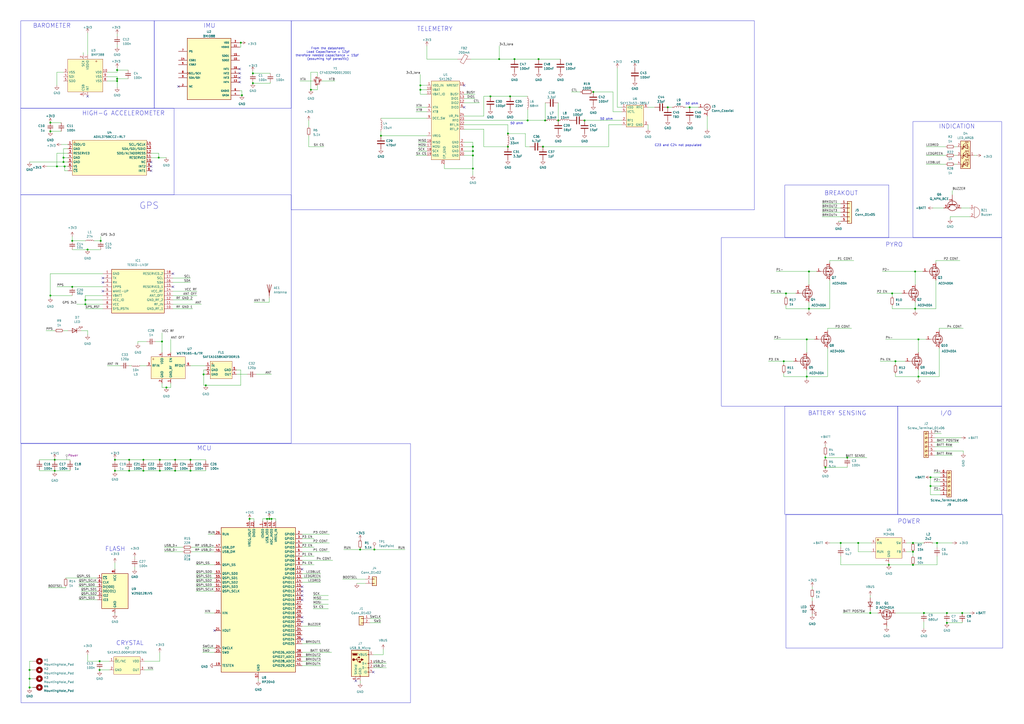
<source format=kicad_sch>
(kicad_sch (version 20231120) (generator "eeschema") (generator_version "8.0")
  (paper "A2")
  (title_block (title "LYRA Flight Computer V3") (date "2023-11-23") (rev "0") (company "Polaris Rocketry Systems"))
  (junction (at 316.23 69.85))
  (junction (at 74.93 273.05))
  (junction (at 549.275 355.6))
  (junction (at 29.21 171.45))
  (junction (at 504.825 355.6))
  (junction (at 83.185 266.7))
  (junction (at 17.145 393.7))
  (junction (at 543.56 314.96))
  (junction (at 139.7 24.765))
  (junction (at 92.71 273.05))
  (junction (at 344.17 53.34))
  (junction (at 294.64 77.47))
  (junction (at 295.91 55.88))
  (junction (at 67.945 40.64))
  (junction (at 220.98 78.74))
  (junction (at 29.21 71.12))
  (junction (at 154.94 300.99))
  (junction (at 50.8 144.78))
  (junction (at 539.75 276.86))
  (junction (at 400.05 62.23))
  (junction (at 274.32 87.63))
  (junction (at 529.59 314.96))
  (junction (at 118.11 217.17))
  (junction (at 497.84 314.96))
  (junction (at 146.685 48.26))
  (junction (at 93.98 198.12))
  (junction (at 455.93 170.18))
  (junction (at 17.145 398.78))
  (junction (at 539.75 281.94))
  (junction (at 535.94 355.6))
  (junction (at 58.42 139.7))
  (junction (at 57.785 383.54))
  (junction (at 469.265 157.48))
  (junction (at 467.995 196.85))
  (junction (at 101.6 266.7))
  (junction (at 66.675 273.05))
  (junction (at 532.765 218.44))
  (junction (at 41.91 166.37))
  (junction (at 312.42 34.29))
  (junction (at 478.79 271.145))
  (junction (at 180.34 52.07))
  (junction (at 49.53 176.53))
  (junction (at 101.6 273.05))
  (junction (at 243.84 49.53))
  (junction (at 17.145 388.62))
  (junction (at 454.66 209.55))
  (junction (at 274.32 90.17))
  (junction (at 140.335 55.245))
  (junction (at 83.185 273.05))
  (junction (at 243.84 52.07))
  (junction (at 298.45 34.29))
  (junction (at 517.525 170.18))
  (junction (at 49.53 173.99))
  (junction (at 31.75 273.05))
  (junction (at 558.165 355.6))
  (junction (at 33.02 96.52))
  (junction (at 519.43 209.55))
  (junction (at 515.62 327.66))
  (junction (at 467.995 218.44))
  (junction (at 530.86 157.48))
  (junction (at 478.79 265.43))
  (junction (at 57.785 388.62))
  (junction (at 323.85 69.85))
  (junction (at 110.49 273.05))
  (junction (at 41.91 139.7))
  (junction (at 144.78 300.99))
  (junction (at 529.59 327.66))
  (junction (at 491.49 265.43))
  (junction (at 532.765 196.85))
  (junction (at 274.32 85.09))
  (junction (at 36.83 91.44))
  (junction (at 284.48 55.88))
  (junction (at 119.38 223.52))
  (junction (at 36.83 93.98))
  (junction (at 487.68 314.96))
  (junction (at 469.265 179.07))
  (junction (at 146.685 42.545))
  (junction (at 66.675 266.7))
  (junction (at 289.56 34.29))
  (junction (at 37.465 96.52))
  (junction (at 74.93 266.7))
  (junction (at 67.945 45.72))
  (junction (at 274.32 97.79))
  (junction (at 387.35 62.23))
  (junction (at 530.86 179.07))
  (junction (at 306.07 69.85))
  (junction (at 96.52 224.79))
  (junction (at 31.75 266.7))
  (junction (at 156.21 300.99))
  (junction (at 314.96 85.09))
  (junction (at 67.945 46.99))
  (junction (at 549.275 361.315))
  (junction (at 208.915 318.77))
  (junction (at 339.09 69.85))
  (junction (at 110.49 266.7))
  (junction (at 217.17 318.77))
  (junction (at 92.71 266.7))
  (junction (at 529.59 320.04))
  (junction (at 294.64 85.09))
  (junction (at 92.075 91.44))
  (junction (at 157.48 300.99))
  (junction (at 29.21 76.2))
  (no_connect (at 139.065 42.545))
  (no_connect (at 175.26 370.84))
  (no_connect (at 175.26 360.68))
  (no_connect (at 59.69 168.91))
  (no_connect (at 103.505 50.165))
  (no_connect (at 175.26 345.44))
  (no_connect (at 59.69 161.29))
  (no_connect (at 206.375 394.97))
  (no_connect (at 216.535 389.89))
  (no_connect (at 59.69 163.83))
  (no_connect (at 139.065 40.005))
  (no_connect (at 175.26 340.36))
  (no_connect (at 124.46 365.76))
  (no_connect (at 175.26 358.14))
  (no_connect (at 87.63 99.06))
  (no_connect (at 100.33 166.37))
  (no_connect (at 87.63 93.98))
  (no_connect (at 269.24 49.53))
  (no_connect (at 175.26 347.98))
  (no_connect (at 139.065 45.085))
  (no_connect (at 50.8 55.88))
  (no_connect (at 175.26 342.9))
  (no_connect (at 100.33 158.75))
  (no_connect (at 139.065 47.625))
  (no_connect (at 87.63 96.52))
  (no_connect (at 175.26 330.2))
  (no_connect (at 269.24 62.23))
  (wire (pts (xy 35.56 83.82) (xy 39.37 83.82)))
  (wire (pts (xy 67.945 46.99) (xy 62.23 46.99)))
  (wire (pts (xy 120.65 309.88) (xy 124.46 309.88)))
  (wire (pts (xy 455.93 179.07) (xy 469.265 179.07)))
  (wire (pts (xy 467.995 214.63) (xy 467.995 218.44)))
  (wire (pts (xy 212.09 338.455) (xy 207.01 338.455)))
  (wire (pts (xy 208.915 318.77) (xy 217.17 318.77)))
  (wire (pts (xy 56.515 337.82) (xy 45.72 337.82)))
  (wire (pts (xy 539.75 281.94) (xy 539.75 287.02)))
  (wire (pts (xy 27.305 96.52) (xy 33.02 96.52)))
  (wire (pts (xy 307.34 85.09) (xy 304.8 85.09)))
  (wire (pts (xy 175.26 373.38) (xy 186.055 373.38)))
  (wire (pts (xy 56.515 340.36) (xy 45.72 340.36)))
  (wire (pts (xy 49.53 173.99) (xy 49.53 176.53)))
  (wire (pts (xy 323.85 59.69) (xy 323.85 69.85)))
  (wire (pts (xy 96.52 224.79) (xy 99.06 224.79)))
  (wire (pts (xy 182.245 312.42) (xy 175.26 312.42)))
  (wire (pts (xy 544.83 190.5) (xy 558.8 190.5)))
  (wire (pts (xy 38.1 340.995) (xy 38.1 340.36)))
  (wire (pts (xy 191.135 314.96) (xy 175.26 314.96)))
  (wire (pts (xy 50.8 19.05) (xy 50.8 31.75)))
  (wire (pts (xy 208.915 394.97) (xy 208.915 396.24)))
  (wire (pts (xy 99.06 196.85) (xy 99.06 204.47)))
  (wire (pts (xy 557.53 254) (xy 542.29 254)))
  (wire (pts (xy 140.335 52.705) (xy 140.335 55.245)))
  (wire (pts (xy 152.4 302.26) (xy 152.4 300.99)))
  (wire (pts (xy 530.86 179.07) (xy 542.925 179.07)))
  (wire (pts (xy 117.475 375.92) (xy 124.46 375.92)))
  (wire (pts (xy 179.07 78.74) (xy 179.07 85.09)))
  (wire (pts (xy 454.66 209.55) (xy 460.375 209.55)))
  (wire (pts (xy 48.26 30.48) (xy 48.26 31.75)))
  (wire (pts (xy 92.71 266.7) (xy 101.6 266.7)))
  (wire (pts (xy 17.145 393.7) (xy 17.145 388.62)))
  (wire (pts (xy 510.54 209.55) (xy 519.43 209.55)))
  (wire (pts (xy 147.32 300.99) (xy 147.32 302.26)))
  (wire (pts (xy 491.49 270.51) (xy 491.49 271.145)))
  (wire (pts (xy 181.61 345.44) (xy 190.5 345.44)))
  (wire (pts (xy 56.515 347.98) (xy 45.72 347.98)))
  (wire (pts (xy 49.53 173.99) (xy 59.69 173.99)))
  (wire (pts (xy 49.53 171.45) (xy 59.69 171.45)))
  (wire (pts (xy 49.53 179.07) (xy 59.69 179.07)))
  (wire (pts (xy 515.62 326.39) (xy 515.62 327.66)))
  (wire (pts (xy 41.91 137.16) (xy 41.91 139.7)))
  (wire (pts (xy 187.96 85.09) (xy 179.07 85.09)))
  (wire (pts (xy 269.24 59.69) (xy 278.13 59.69)))
  (wire (pts (xy 39.37 88.9) (xy 33.02 88.9)))
  (wire (pts (xy 295.91 55.88) (xy 306.07 55.88)))
  (wire (pts (xy 247.65 34.29) (xy 247.65 26.67)))
  (wire (pts (xy 146.685 47.625) (xy 146.685 48.26)))
  (wire (pts (xy 530.86 175.26) (xy 530.86 179.07)))
  (wire (pts (xy 558.8 261.62) (xy 542.29 261.62)))
  (wire (pts (xy 257.81 95.25) (xy 257.81 97.79)))
  (wire (pts (xy 124.46 355.6) (xy 118.745 355.6)))
  (wire (pts (xy 529.59 320.04) (xy 529.59 322.58)))
  (wire (pts (xy 181.61 350.52) (xy 190.5 350.52)))
  (wire (pts (xy 110.49 266.7) (xy 119.38 266.7)))
  (wire (pts (xy 67.945 45.72) (xy 67.945 46.99)))
  (wire (pts (xy 179.07 69.85) (xy 179.07 73.66)))
  (wire (pts (xy 487.68 327.66) (xy 487.68 322.58)))
  (wire (pts (xy 113.665 340.36) (xy 124.46 340.36)))
  (wire (pts (xy 175.26 378.46) (xy 192.405 378.46)))
  (wire (pts (xy 539.75 276.86) (xy 545.465 276.86)))
  (wire (pts (xy 306.07 63.5) (xy 306.07 69.85)))
  (wire (pts (xy 480.06 218.44) (xy 480.06 201.93)))
  (wire (pts (xy 33.02 166.37) (xy 41.91 166.37)))
  (wire (pts (xy 487.68 118.11) (xy 476.885 118.11)))
  (wire (pts (xy 243.84 52.07) (xy 247.65 52.07)))
  (wire (pts (xy 74.93 266.7) (xy 83.185 266.7)))
  (wire (pts (xy 111.125 320.04) (xy 124.46 320.04)))
  (wire (pts (xy 113.665 335.28) (xy 124.46 335.28)))
  (wire (pts (xy 265.43 34.29) (xy 247.65 34.29)))
  (wire (pts (xy 551.18 125.73) (xy 562.61 125.73)))
  (wire (pts (xy 358.14 62.23) (xy 360.68 62.23)))
  (wire (pts (xy 87.63 88.9) (xy 92.075 88.9)))
  (wire (pts (xy 17.145 388.62) (xy 19.05 388.62)))
  (wire (pts (xy 565.15 90.17) (xy 566.42 90.17)))
  (wire (pts (xy 530.86 157.48) (xy 535.305 157.48)))
  (wire (pts (xy 33.02 88.9) (xy 33.02 96.52)))
  (wire (pts (xy 542.29 256.54) (xy 556.26 256.54)))
  (wire (pts (xy 525.78 320.04) (xy 529.59 320.04)))
  (wire (pts (xy 542.29 264.16) (xy 552.45 264.16)))
  (wire (pts (xy 17.145 399.415) (xy 17.145 398.78)))
  (wire (pts (xy 50.8 191.77) (xy 46.99 191.77)))
  (wire (pts (xy 110.49 273.05) (xy 110.49 272.415)))
  (wire (pts (xy 184.15 44.45) (xy 184.15 41.91)))
  (wire (pts (xy 37.465 96.52) (xy 39.37 96.52)))
  (wire (pts (xy 243.84 52.07) (xy 243.84 54.61)))
  (wire (pts (xy 62.23 212.09) (xy 69.85 212.09)))
  (wire (pts (xy 410.21 67.31) (xy 410.21 74.93)))
  (wire (pts (xy 92.71 383.54) (xy 83.82 383.54)))
  (wire (pts (xy 175.26 332.74) (xy 186.055 332.74)))
  (wire (pts (xy 480.06 190.5) (xy 494.03 190.5)))
  (wire (pts (xy 216.535 384.81) (xy 224.155 384.81)))
  (wire (pts (xy 100.33 168.91) (xy 114.3 168.91)))
  (wire (pts (xy 31.75 266.7) (xy 40.64 266.7)))
  (wire (pts (xy 17.145 398.78) (xy 17.145 393.7)))
  (wire (pts (xy 241.3 64.77) (xy 247.65 64.77)))
  (wire (pts (xy 144.78 300.99) (xy 144.78 302.26)))
  (wire (pts (xy 81.28 212.09) (xy 85.09 212.09)))
  (wire (pts (xy 508.635 170.18) (xy 517.525 170.18)))
  (wire (pts (xy 66.675 266.7) (xy 66.675 267.335)))
  (wire (pts (xy 36.83 191.77) (xy 39.37 191.77)))
  (wire (pts (xy 36.83 93.98) (xy 39.37 93.98)))
  (wire (pts (xy 180.34 41.91) (xy 180.34 52.07)))
  (wire (pts (xy 31.75 266.065) (xy 31.75 266.7)))
  (wire (pts (xy 92.075 91.44) (xy 96.52 91.44)))
  (wire (pts (xy 469.265 157.48) (xy 469.265 165.1)))
  (wire (pts (xy 83.185 273.05) (xy 92.71 273.05)))
  (wire (pts (xy 67.945 50.8) (xy 67.945 46.99)))
  (wire (pts (xy 119.38 273.05) (xy 119.38 272.415)))
  (wire (pts (xy 92.075 91.44) (xy 92.075 88.9)))
  (wire (pts (xy 242.57 85.09) (xy 247.65 85.09)))
  (wire (pts (xy 504.825 354.33) (xy 504.825 355.6)))
  (wire (pts (xy 17.145 388.62) (xy 17.145 383.54)))
  (wire (pts (xy 269.24 85.09) (xy 274.32 85.09)))
  (wire (pts (xy 67.945 27.305) (xy 67.945 26.035)))
  (wire (pts (xy 519.43 218.44) (xy 532.765 218.44)))
  (wire (pts (xy 274.32 97.79) (xy 274.32 101.6)))
  (wire (pts (xy 543.56 314.96) (xy 543.56 317.5)))
  (wire (pts (xy 67.945 44.45) (xy 67.945 45.72)))
  (wire (pts (xy 222.25 376.555) (xy 222.25 379.73)))
  (wire (pts (xy 194.31 46.99) (xy 186.69 46.99)))
  (wire (pts (xy 181.61 347.98) (xy 190.5 347.98)))
  (wire (pts (xy 157.48 300.99) (xy 160.02 300.99)))
  (wire (pts (xy 353.06 85.09) (xy 314.96 85.09)))
  (wire (pts (xy 214.63 358.775) (xy 220.98 358.775)))
  (wire (pts (xy 113.665 332.74) (xy 124.46 332.74)))
  (wire (pts (xy 173.99 46.99) (xy 181.61 46.99)))
  (wire (pts (xy 216.535 387.35) (xy 224.155 387.35)))
  (wire (pts (xy 74.93 273.05) (xy 83.185 273.05)))
  (wire (pts (xy 532.765 196.85) (xy 532.765 204.47)))
  (wire (pts (xy 519.43 218.44) (xy 519.43 216.535)))
  (wire (pts (xy 26.67 191.77) (xy 31.75 191.77)))
  (wire (pts (xy 539.75 276.86) (xy 539.75 281.94)))
  (wire (pts (xy 152.4 300.99) (xy 154.94 300.99)))
  (wire (pts (xy 504.825 355.6) (xy 509.27 355.6)))
  (wire (pts (xy 208.915 318.135) (xy 208.915 318.77)))
  (wire (pts (xy 184.15 41.91) (xy 180.34 41.91)))
  (wire (pts (xy 537.21 95.25) (xy 548.64 95.25)))
  (wire (pts (xy 36.83 86.36) (xy 36.83 91.44)))
  (wire (pts (xy 280.67 55.88) (xy 284.48 55.88)))
  (wire (pts (xy 558.165 361.315) (xy 549.275 361.315)))
  (wire (pts (xy 66.675 266.065) (xy 66.675 266.7)))
  (wire (pts (xy 553.72 95.25) (xy 554.99 95.25)))
  (wire (pts (xy 454.66 218.44) (xy 454.66 216.535)))
  (wire (pts (xy 66.675 273.05) (xy 74.93 273.05)))
  (wire (pts (xy 471.17 356.235) (xy 471.17 356.87)))
  (wire (pts (xy 66.675 273.05) (xy 66.675 273.685)))
  (wire (pts (xy 280.67 74.93) (xy 280.67 85.09)))
  (wire (pts (xy 214.63 361.315) (xy 220.98 361.315)))
  (wire (pts (xy 542.925 151.13) (xy 542.925 152.4)))
  (wire (pts (xy 74.93 266.7) (xy 74.93 267.335)))
  (wire (pts (xy 40.64 273.05) (xy 40.64 272.415)))
  (wire (pts (xy 191.135 320.04) (xy 175.26 320.04)))
  (wire (pts (xy 478.79 271.145) (xy 491.49 271.145)))
  (wire (pts (xy 355.6 64.77) (xy 355.6 53.34)))
  (wire (pts (xy 92.71 273.05) (xy 101.6 273.05)))
  (wire (pts (xy 535.94 355.6) (xy 549.275 355.6)))
  (wire (pts (xy 40.64 266.7) (xy 40.64 267.335)))
  (wire (pts (xy 491.49 265.43) (xy 502.92 265.43)))
  (wire (pts (xy 118.11 217.17) (xy 119.38 217.17)))
  (wire (pts (xy 101.6 273.05) (xy 101.6 272.415)))
  (wire (pts (xy 146.685 42.545) (xy 156.845 42.545)))
  (wire (pts (xy 74.93 212.09) (xy 76.2 212.09)))
  (wire (pts (xy 216.535 379.73) (xy 222.25 379.73)))
  (wire (pts (xy 280.67 55.88) (xy 280.67 67.31)))
  (wire (pts (xy 35.56 71.12) (xy 29.21 71.12)))
  (wire (pts (xy 17.145 393.7) (xy 19.05 393.7)))
  (wire (pts (xy 481.33 151.13) (xy 481.33 152.4)))
  (wire (pts (xy 33.02 96.52) (xy 37.465 96.52)))
  (wire (pts (xy 486.41 128.27) (xy 487.68 128.27)))
  (wire (pts (xy 478.79 265.43) (xy 478.79 266.065)))
  (wire (pts (xy 156.845 47.625) (xy 156.845 48.26)))
  (wire (pts (xy 478.79 265.43) (xy 491.49 265.43)))
  (wire (pts (xy 530.86 157.48) (xy 530.86 165.1)))
  (wire (pts (xy 544.83 218.44) (xy 544.83 201.93)))
  (wire (pts (xy 515.62 327.66) (xy 529.59 327.66)))
  (wire (pts (xy 50.8 383.54) (xy 57.785 383.54)))
  (wire (pts (xy 154.94 300.99) (xy 154.94 302.26)))
  (wire (pts (xy 110.49 266.7) (xy 110.49 267.335)))
  (wire (pts (xy 113.665 342.9) (xy 124.46 342.9)))
  (wire (pts (xy 58.42 137.16) (xy 58.42 139.7)))
  (wire (pts (xy 269.24 72.39) (xy 294.64 72.39)))
  (wire (pts (xy 100.33 161.29) (xy 110.49 161.29)))
  (wire (pts (xy 241.3 62.23) (xy 247.65 62.23)))
  (wire (pts (xy 530.86 180.34) (xy 530.86 179.07)))
  (wire (pts (xy 22.86 266.7) (xy 22.86 267.335)))
  (wire (pts (xy 546.1 251.46) (xy 542.29 251.46)))
  (wire (pts (xy 467.995 196.85) (xy 467.995 204.47)))
  (wire (pts (xy 541.02 120.65) (xy 547.37 120.65)))
  (wire (pts (xy 269.24 69.85) (xy 306.07 69.85)))
  (wire (pts (xy 529.59 327.66) (xy 543.56 327.66)))
  (wire (pts (xy 467.995 219.71) (xy 467.995 218.44)))
  (wire (pts (xy 537.21 90.17) (xy 548.64 90.17)))
  (wire (pts (xy 63.5 388.62) (xy 57.785 388.62)))
  (wire (pts (xy 17.145 93.98) (xy 36.83 93.98)))
  (wire (pts (xy 467.995 196.85) (xy 472.44 196.85)))
  (wire (pts (xy 454.66 211.455) (xy 454.66 209.55)))
  (wire (pts (xy 41.91 166.37) (xy 59.69 166.37)))
  (wire (pts (xy 157.48 300.99) (xy 157.48 302.26)))
  (wire (pts (xy 532.765 219.71) (xy 532.765 218.44)))
  (wire (pts (xy 298.45 34.29) (xy 312.42 34.29)))
  (wire (pts (xy 539.75 281.94) (xy 545.465 281.94)))
  (wire (pts (xy 139.065 27.305) (xy 139.7 27.305)))
  (wire (pts (xy 31.75 273.05) (xy 40.64 273.05)))
  (wire (pts (xy 149.86 394.97) (xy 149.86 393.7)))
  (wire (pts (xy 118.11 223.52) (xy 119.38 223.52)))
  (wire (pts (xy 83.185 266.7) (xy 92.71 266.7)))
  (wire (pts (xy 269.24 82.55) (xy 274.32 82.55)))
  (wire (pts (xy 294.64 77.47) (xy 294.64 72.39)))
  (wire (pts (xy 212.09 335.915) (xy 198.755 335.915)))
  (wire (pts (xy 92.71 378.46) (xy 92.71 383.54)))
  (wire (pts (xy 100.33 171.45) (xy 114.3 171.45)))
  (wire (pts (xy 95.25 317.5) (xy 106.045 317.5)))
  (wire (pts (xy 525.78 314.96) (xy 529.59 314.96)))
  (wire (pts (xy 257.81 97.79) (xy 274.32 97.79)))
  (wire (pts (xy 80.01 198.12) (xy 85.09 198.12)))
  (wire (pts (xy 180.34 52.07) (xy 184.15 52.07)))
  (wire (pts (xy 454.66 218.44) (xy 467.995 218.44)))
  (wire (pts (xy 146.685 48.26) (xy 156.845 48.26)))
  (wire (pts (xy 517.525 170.18) (xy 523.24 170.18)))
  (wire (pts (xy 447.04 170.18) (xy 455.93 170.18)))
  (wire (pts (xy 83.82 388.62) (xy 88.9 388.62)))
  (wire (pts (xy 46.99 345.44) (xy 56.515 345.44)))
  (wire (pts (xy 469.265 157.48) (xy 473.71 157.48)))
  (wire (pts (xy 139.7 214.63) (xy 139.7 223.52)))
  (wire (pts (xy 537.21 85.09) (xy 548.64 85.09)))
  (wire (pts (xy 118.11 217.17) (xy 118.11 223.52)))
  (wire (pts (xy 532.765 196.85) (xy 537.21 196.85)))
  (wire (pts (xy 269.24 57.15) (xy 275.59 57.15)))
  (wire (pts (xy 304.8 77.47) (xy 294.64 77.47)))
  (wire (pts (xy 119.38 266.7) (xy 119.38 267.335)))
  (wire (pts (xy 487.68 314.96) (xy 487.68 317.5)))
  (wire (pts (xy 17.145 383.54) (xy 19.05 383.54)))
  (wire (pts (xy 487.68 123.19) (xy 476.885 123.19)))
  (wire (pts (xy 497.84 320.04) (xy 497.84 314.96)))
  (wire (pts (xy 175.26 381) (xy 186.055 381)))
  (wire (pts (xy 156.21 175.26) (xy 147.32 175.26)))
  (wire (pts (xy 74.93 273.05) (xy 74.93 272.415)))
  (wire (pts (xy 181.61 353.06) (xy 190.5 353.06)))
  (wire (pts (xy 29.21 158.75) (xy 59.69 158.75)))
  (wire (pts (xy 532.765 214.63) (xy 532.765 218.44)))
  (wire (pts (xy 78.105 330.2) (xy 78.105 328.93)))
  (wire (pts (xy 33.02 41.91) (xy 33.02 49.53)))
  (wire (pts (xy 83.185 266.7) (xy 83.185 267.335)))
  (wire (pts (xy 478.79 258.445) (xy 478.79 259.08)))
  (wire (pts (xy 480.06 190.5) (xy 480.06 191.77)))
  (wire (pts (xy 100.33 163.83) (xy 110.49 163.83)))
  (wire (pts (xy 551.18 127) (xy 551.18 125.73)))
  (wire (pts (xy 541.655 284.48) (xy 545.465 284.48)))
  (wire (pts (xy 31.75 273.05) (xy 31.75 273.685)))
  (wire (pts (xy 553.72 85.09) (xy 554.99 85.09)))
  (wire (pts (xy 46.99 342.9) (xy 56.515 342.9)))
  (wire (pts (xy 175.26 335.28) (xy 186.055 335.28)))
  (wire (pts (xy 541.655 279.4) (xy 545.465 279.4)))
  (wire (pts (xy 117.475 378.46) (xy 124.46 378.46)))
  (wire (pts (xy 471.17 340.36) (xy 471.17 341.63)))
  (wire (pts (xy 544.83 190.5) (xy 544.83 191.77)))
  (wire (pts (xy 92.71 273.05) (xy 92.71 272.415)))
  (wire (pts (xy 67.945 45.72) (xy 74.295 45.72)))
  (wire (pts (xy 478.79 264.16) (xy 478.79 265.43)))
  (wire (pts (xy 87.63 91.44) (xy 92.075 91.44)))
  (wire (pts (xy 379.73 62.23) (xy 375.92 62.23)))
  (wire (pts (xy 481.33 179.07) (xy 481.33 162.56)))
  (wire (pts (xy 515.62 327.66) (xy 487.68 327.66)))
  (wire (pts (xy 93.98 224.79) (xy 93.98 222.25)))
  (wire (pts (xy 450.215 157.48) (xy 469.265 157.48)))
  (wire (pts (xy 50.8 144.78) (xy 58.42 144.78)))
  (wire (pts (xy 504.825 345.44) (xy 504.825 346.71)))
  (wire (pts (xy 289.56 34.29) (xy 298.45 34.29)))
  (wire (pts (xy 67.945 40.64) (xy 74.295 40.64)))
  (wire (pts (xy 111.125 317.5) (xy 124.46 317.5)))
  (wire (pts (xy 83.185 273.05) (xy 83.185 272.415)))
  (wire (pts (xy 78.105 323.215) (xy 78.105 323.85)))
  (wire (pts (xy 50.8 379.73) (xy 50.8 383.54)))
  (wire (pts (xy 400.05 62.23) (xy 405.13 62.23)))
  (wire (pts (xy 80.01 199.39) (xy 80.01 198.12)))
  (wire (pts (xy 552.45 110.49) (xy 552.45 113.03)))
  (wire (pts (xy 519.43 211.455) (xy 519.43 209.55)))
  (wire (pts (xy 539.75 287.02) (xy 545.465 287.02)))
  (wire (pts (xy 100.33 173.99) (xy 111.76 173.99)))
  (wire (pts (xy 156.21 172.72) (xy 156.21 175.26)))
  (wire (pts (xy 532.765 218.44) (xy 544.83 218.44)))
  (wire (pts (xy 54.61 139.7) (xy 58.42 139.7)))
  (wire (pts (xy 184.15 52.07) (xy 184.15 49.53)))
  (wire (pts (xy 553.72 90.17) (xy 554.99 90.17)))
  (wire (pts (xy 445.77 209.55) (xy 454.66 209.55)))
  (wire (pts (xy 220.98 76.2) (xy 220.98 78.74)))
  (wire (pts (xy 511.81 157.48) (xy 530.86 157.48)))
  (wire (pts (xy 154.94 300.99) (xy 156.21 300.99)))
  (wire (pts (xy 35.56 76.2) (xy 29.21 76.2)))
  (wire (pts (xy 375.92 72.39) (xy 375.92 74.93)))
  (wire (pts (xy 67.945 39.37) (xy 67.945 40.64)))
  (wire (pts (xy 191.135 309.88) (xy 175.26 309.88)))
  (wire (pts (xy 66.675 356.235) (xy 66.675 355.6)))
  (wire (pts (xy 274.32 87.63) (xy 274.32 90.17)))
  (wire (pts (xy 139.7 27.305) (xy 139.7 24.765)))
  (wire (pts (xy 558.165 355.6) (xy 549.275 355.6)))
  (wire (pts (xy 541.655 274.32) (xy 545.465 274.32)))
  (wire (pts (xy 469.265 175.26) (xy 469.265 179.07)))
  (wire (pts (xy 339.09 69.85) (xy 360.68 69.85)))
  (wire (pts (xy 243.84 49.53) (xy 247.65 49.53)))
  (wire (pts (xy 273.05 34.29) (xy 289.56 34.29)))
  (wire (pts (xy 274.32 85.09) (xy 274.32 87.63)))
  (wire (pts (xy 469.265 179.07) (xy 481.33 179.07)))
  (wire (pts (xy 156.21 300.355) (xy 156.21 300.99)))
  (wire (pts (xy 49.53 171.45) (xy 49.53 173.99)))
  (wire (pts (xy 331.47 53.34) (xy 336.55 53.34)))
  (wire (pts (xy 36.83 91.44) (xy 36.83 93.98)))
  (wire (pts (xy 110.49 273.05) (xy 119.38 273.05)))
  (wire (pts (xy 243.84 54.61) (xy 247.65 54.61)))
  (wire (pts (xy 242.57 87.63) (xy 247.65 87.63)))
  (wire (pts (xy 360.68 64.77) (xy 355.6 64.77)))
  (wire (pts (xy 101.6 266.7) (xy 101.6 267.335)))
  (wire (pts (xy 519.43 355.6) (xy 535.94 355.6)))
  (wire (pts (xy 39.37 86.36) (xy 36.83 86.36)))
  (wire (pts (xy 27.94 340.995) (xy 38.1 340.995)))
  (wire (pts (xy 269.24 87.63) (xy 274.32 87.63)))
  (wire (pts (xy 488.95 355.6) (xy 504.825 355.6)))
  (wire (pts (xy 66.675 266.7) (xy 74.93 266.7)))
  (wire (pts (xy 513.715 196.85) (xy 532.765 196.85)))
  (wire (pts (xy 29.21 171.45) (xy 41.91 171.45)))
  (wire (pts (xy 455.93 170.18) (xy 461.645 170.18)))
  (wire (pts (xy 182.245 317.5) (xy 175.26 317.5)))
  (wire (pts (xy 22.86 273.05) (xy 31.75 273.05)))
  (wire (pts (xy 469.265 180.34) (xy 469.265 179.07)))
  (wire (pts (xy 41.91 139.7) (xy 49.53 139.7)))
  (wire (pts (xy 517.525 179.07) (xy 530.86 179.07)))
  (wire (pts (xy 487.68 120.65) (xy 476.885 120.65)))
  (wire (pts (xy 39.37 91.44) (xy 36.83 91.44)))
  (wire (pts (xy 31.75 273.05) (xy 31.75 272.415)))
  (wire (pts (xy 139.065 24.765) (xy 139.7 24.765)))
  (wire (pts (xy 92.71 266.7) (xy 92.71 267.335)))
  (wire (pts (xy 529.59 314.96) (xy 535.94 314.96)))
  (wire (pts (xy 29.21 171.45) (xy 29.21 158.75)))
  (wire (pts (xy 182.245 327.66) (xy 175.26 327.66)))
  (wire (pts (xy 517.525 179.07) (xy 517.525 177.165)))
  (wire (pts (xy 118.11 214.63) (xy 119.38 214.63)))
  (wire (pts (xy 50.8 194.31) (xy 50.8 191.77)))
  (wire (pts (xy 137.16 214.63) (xy 139.7 214.63)))
  (wire (pts (xy 467.995 218.44) (xy 480.06 218.44)))
  (wire (pts (xy 360.68 72.39) (xy 353.06 72.39)))
  (wire (pts (xy 31.75 266.7) (xy 31.75 267.335)))
  (wire (pts (xy 269.24 54.61) (xy 275.59 54.61)))
  (wire (pts (xy 146.685 41.275) (xy 146.685 42.545)))
  (wire (pts (xy 44.45 176.53) (xy 49.53 176.53)))
  (wire (pts (xy 119.38 212.09) (xy 110.49 212.09)))
  (wire (pts (xy 306.07 69.85) (xy 316.23 69.85)))
  (wire (pts (xy 139.065 55.245) (xy 140.335 55.245)))
  (wire (pts (xy 22.86 273.05) (xy 22.86 272.415)))
  (wire (pts (xy 243.84 43.18) (xy 243.84 49.53)))
  (wire (pts (xy 543.56 314.96) (xy 552.45 314.96)))
  (wire (pts (xy 139.065 52.705) (xy 140.335 52.705)))
  (wire (pts (xy 519.43 209.55) (xy 525.145 209.55)))
  (wire (pts (xy 274.32 82.55) (xy 274.32 85.09)))
  (wire (pts (xy 316.23 59.69) (xy 316.23 69.85)))
  (wire (pts (xy 455.93 172.085) (xy 455.93 170.18)))
  (wire (pts (xy 344.17 53.34) (xy 355.6 53.34)))
  (wire (pts (xy 156.21 300.99) (xy 157.48 300.99)))
  (wire (pts (xy 182.245 322.58) (xy 175.26 322.58)))
  (wire (pts (xy 113.665 337.82) (xy 124.46 337.82)))
  (wire (pts (xy 67.945 20.955) (xy 67.945 19.685)))
  (wire (pts (xy 67.945 40.64) (xy 67.945 41.91)))
  (wire (pts (xy 67.945 41.91) (xy 62.23 41.91)))
  (wire (pts (xy 99.06 224.79) (xy 99.06 222.25)))
  (wire (pts (xy 118.11 214.63) (xy 118.11 217.17)))
  (wire (pts (xy 220.98 78.74) (xy 247.65 78.74)))
  (wire (pts (xy 66.675 326.39) (xy 66.675 330.2)))
  (wire (pts (xy 543.56 327.66) (xy 543.56 322.58)))
  (wire (pts (xy 514.35 363.855) (xy 514.35 363.22)))
  (wire (pts (xy 542.925 179.07) (xy 542.925 162.56)))
  (wire (pts (xy 22.86 266.7) (xy 31.75 266.7)))
  (wire (pts (xy 96.52 224.79) (xy 93.98 224.79)))
  (wire (pts (xy 353.06 72.39) (xy 353.06 85.09)))
  (wire (pts (xy 471.17 348.615) (xy 471.17 346.71)))
  (wire (pts (xy 100.33 179.07) (xy 111.76 179.07)))
  (wire (pts (xy 289.56 34.29) (xy 289.56 26.67)))
  (wire (pts (xy 57.785 388.62) (xy 57.785 389.255)))
  (wire (pts (xy 175.26 337.82) (xy 186.055 337.82)))
  (wire (pts (xy 217.17 318.77) (xy 234.95 318.77)))
  (wire (pts (xy 542.925 151.13) (xy 556.895 151.13)))
  (wire (pts (xy 487.68 314.96) (xy 497.84 314.96)))
  (wire (pts (xy 101.6 266.7) (xy 110.49 266.7)))
  (wire (pts (xy 269.24 90.17) (xy 274.32 90.17)))
  (wire (pts (xy 481.33 314.96) (xy 487.68 314.96)))
  (wire (pts (xy 304.8 85.09) (xy 304.8 77.47)))
  (wire (pts (xy 541.02 314.96) (xy 543.56 314.96)))
  (wire (pts (xy 49.53 176.53) (xy 59.69 176.53)))
  (wire (pts (xy 497.84 314.96) (xy 505.46 314.96)))
  (wire (pts (xy 280.67 85.09) (xy 294.64 85.09)))
  (wire (pts (xy 39.37 99.06) (xy 37.465 99.06)))
  (wire (pts (xy 57.785 383.54) (xy 63.5 383.54)))
  (wire (pts (xy 274.32 90.17) (xy 274.32 97.79)))
  (wire (pts (xy 29.21 172.72) (xy 29.21 171.45)))
  (wire (pts (xy 242.57 82.55) (xy 247.65 82.55)))
  (wire (pts (xy 139.7 223.52) (xy 119.38 223.52)))
  (wire (pts (xy 284.48 55.88) (xy 295.91 55.88)))
  (wire (pts (xy 558.8 262.89) (xy 558.8 261.62)))
  (wire (pts (xy 93.98 198.12) (xy 90.17 198.12)))
  (wire (pts (xy 243.84 49.53) (xy 243.84 52.07)))
  (wire (pts (xy 558.165 360.68) (xy 558.165 361.315)))
  (wire (pts (xy 220.98 68.58) (xy 247.65 68.58)))
  (wire (pts (xy 241.3 90.17) (xy 247.65 90.17)))
  (wire (pts (xy 175.26 386.08) (xy 186.055 386.08)))
  (wire (pts (xy 66.675 273.05) (xy 66.675 272.415)))
  (wire (pts (xy 542.29 259.08) (xy 552.45 259.08)))
  (wire (pts (xy 160.02 300.99) (xy 160.02 302.26)))
  (wire (pts (xy 144.78 300.99) (xy 147.32 300.99)))
  (wire (pts (xy 100.33 176.53) (xy 116.84 176.53)))
  (wire (pts (xy 175.26 383.54) (xy 186.055 383.54)))
  (wire (pts (xy 448.945 196.85) (xy 467.995 196.85)))
  (wire (pts (xy 33.02 41.91) (xy 36.83 41.91)))
  (wire (pts (xy 93.98 204.47) (xy 93.98 198.12)))
  (wire (pts (xy 62.23 44.45) (xy 67.945 44.45)))
  (wire (pts (xy 358.14 39.37) (xy 358.14 62.23)))
  (wire (pts (xy 95.25 320.04) (xy 106.045 320.04)))
  (wire (pts (xy 269.24 74.93) (xy 280.67 74.93)))
  (wire (pts (xy 535.94 360.68) (xy 535.94 364.49)))
  (wire (pts (xy 38.1 335.28) (xy 56.515 335.28)))
  (wire (pts (xy 148.59 217.17) (xy 157.48 217.17)))
  (wire (pts (xy 557.53 120.65) (xy 562.61 120.65)))
  (wire (pts (xy 549.275 360.68) (xy 549.275 361.315)))
  (wire (pts (xy 137.16 217.17) (xy 143.51 217.17)))
  (wire (pts (xy 387.35 62.23) (xy 389.89 62.23)))
  (wire (pts (xy 199.39 318.77) (xy 208.915 318.77)))
  (wire (pts (xy 562.61 355.6) (xy 558.165 355.6)))
  (wire (pts (xy 478.79 271.145) (xy 478.79 271.78)))
  (wire (pts (xy 505.46 320.04) (xy 497.84 320.04)))
  (wire (pts (xy 397.51 62.23) (xy 400.05 62.23)))
  (wire (pts (xy 37.465 99.06) (xy 37.465 96.52)))
  (wire (pts (xy 101.6 273.05) (xy 110.49 273.05)))
  (wire (pts (xy 481.33 151.13) (xy 495.3 151.13)))
  (wire (pts (xy 17.145 398.78) (xy 19.05 398.78)))
  (wire (pts (xy 312.42 34.29) (xy 325.12 34.29)))
  (wire (pts (xy 93.98 193.04) (xy 93.98 198.12)))
  (wire (pts (xy 41.91 144.78) (xy 50.8 144.78)))
  (wire (pts (xy 269.24 67.31) (xy 280.67 67.31)))
  (wire (pts (xy 175.26 363.22) (xy 186.055 363.22)))
  (wire (pts (xy 113.665 327.66) (xy 124.46 327.66)))
  (wire (pts (xy 455.93 179.07) (xy 455.93 177.165)))
  (wire (pts (xy 487.68 125.73) (xy 476.885 125.73)))
  (wire (pts (xy 193.04 325.12) (xy 175.26 325.12)))
  (wire (pts (xy 517.525 172.085) (xy 517.525 170.18)))
  (rectangle (start 418.465 137.795) (end 581.025 235.585))
  (rectangle (start 12.065 12.065) (end 89.535 62.865))
  (rectangle (start 455.295 107.315) (end 515.62 137.795))
  (rectangle (start 12.065 62.865) (end 100.965 113.03))
  (rectangle (start 12.192 257.302) (end 238.125 407.67))
  (rectangle (start 168.91 12.065) (end 437.642 121.666))
  (rectangle (start 455.93 298.45) (end 581.66 375.92))
  (rectangle (start 520.7 235.585) (end 581.025 298.45))
  (rectangle (start 529.59 70.485) (end 581.025 137.795))
  (rectangle (start 12.065 113.03) (end 168.91 257.175))
  (rectangle (start 455.295 235.585) (end 520.7 298.45))
  (rectangle (start 89.535 12.065) (end 168.91 62.865))
  (text "HIGH-G ACCELEROMETER" (at 47.625 67.31 0) (effects (font (size 2.54 2.54)) (justify left bottom)))
  (text "I/O" (at 545.465 241.3 0) (effects (font (size 2.54 2.54)) (justify left bottom)))
  (text "TELEMETRY" (at 241.935 18.415 0) (effects (font (size 2.54 2.54)) (justify left bottom)))
  (text "CRYSTAL" (at 67.31 374.65 0) (effects (font (size 2.54 2.54)) (justify left bottom)))
  (text "FLASH" (at 60.96 320.04 0) (effects (font (size 2.54 2.54)) (justify left bottom)))
  (text "IMU" (at 117.969 16.5013 0) (effects (font (size 2.54 2.54)) (justify left bottom)))
  (text "POWER\n" (at 520.7 304.038 0) (effects (font (size 2.54 2.54)) (justify left bottom)))
  (text "50 ohm" (at 397.51 60.96 0) (effects (font (size 1.27 1.27) (italic yes)) (justify left bottom)))
  (text "50 ohm" (at 295.91 72.39 0) (effects (font (size 1.27 1.27) (italic yes)) (justify left bottom)))
  (text "BATTERY SENSING" (at 468.63 241.3 0) (effects (font (size 2.54 2.54)) (justify left bottom)))
  (text "INDICATION" (at 544.576 74.93 0) (effects (font (size 2.54 2.54)) (justify left bottom)))
  (text "MCU" (at 114.3 261.62 0) (effects (font (size 2.54 2.54)) (justify left bottom)))
  (text "50 ohm" (at 347.98 69.85 0) (effects (font (size 1.27 1.27) (italic yes)) (justify left bottom)))
  (text "GPS\n" (at 80.772 121.666 0) (effects (font (size 3.81 3.81)) (justify left bottom)))
  (text "PYRO" (at 513.588 143.51 0) (effects (font (size 2.54 2.54)) (justify left bottom)))
  (text "C23 and C24 not populated" (at 379.73 85.09 0) (effects (font (size 1.27 1.27)) (justify left bottom)))
  (text "From the datasheet:\nLoad Capacitance = 12pf\ntherefore needed capacitance = 15pf \n(assuming 4pf parasitic)" (at 190.246 31.242 0) (effects (font (size 1.27 1.27))))
  (text "BAROMETER" (at 19.05 16.51 0) (effects (font (size 2.54 2.54)) (justify left bottom)))
  (text "BREAKOUT" (at 478.155 113.665 0) (effects (font (size 2.54 2.54)) (justify left bottom)))
  (label "XIN" (at 88.9 388.62 180))
  (label "P2 EN " (at 508.635 170.18 0))
  (label "SWD" (at 117.475 378.46 0))
  (label "P2-" (at 541.655 279.4 0))
  (label "USB_D-" (at 224.155 387.35 180))
  (label "SCL" (at 110.49 161.29 180))
  (label "RUN" (at 234.95 318.77 180))
  (label "BATT POSTSW" (at 488.95 355.6 0))
  (label "QSPI_SCLK" (at 113.665 342.9 0))
  (label "DIO1" (at 275.59 57.15 180))
  (label "SCK" (at 242.57 87.63 0))
  (label "RF GND 2" (at 111.76 173.99 180))
  (label "P2-" (at 511.81 157.48 0))
  (label "BUZZER" (at 186.055 363.22 180))
  (label "VCC RF" (at 93.98 193.04 0))
  (label "ANT" (at 157.48 217.17 180))
  (label "P2 CONT " (at 191.135 314.96 180))
  (label "BRKOUT2" (at 186.055 381 180))
  (label "QSPI_SD2" (at 113.665 337.82 0))
  (label "VCC RF" (at 114.3 168.91 180))
  (label "XTA" (at 241.3 62.23 0))
  (label "P1 CONT " (at 191.135 320.04 180))
  (label "BOOTSEL" (at 198.755 335.915 0))
  (label "P4 CONT " (at 193.04 325.12 180))
  (label "BRKOUT3" (at 186.055 383.54 180))
  (label "P3 CONT " (at 494.03 190.5 180))
  (label "P1 EN " (at 182.245 322.58 180))
  (label "QSPI_SD3" (at 45.72 347.98 0))
  (label "P1-" (at 541.655 284.48 0))
  (label "LEDBLUE" (at 186.055 332.74 180))
  (label "ANT" (at 116.84 176.53 180))
  (label "BATT RAW" (at 552.45 264.16 180))
  (label "P4-" (at 546.1 251.46 180))
  (label "RP USB_D+" (at 113.03 317.5 0))
  (label "P1 CONT " (at 495.3 151.13 180))
  (label "GPS 3v3" (at 58.42 137.16 0))
  (label "ANT OFF" (at 99.06 196.85 0))
  (label "MISO" (at 181.61 347.98 0))
  (label "SDA" (at 110.49 163.83 180))
  (label "BATT RAW" (at 552.45 259.08 180))
  (label "SWCLK" (at 117.475 375.92 0))
  (label "P3-" (at 448.945 196.85 0))
  (label "P2 CONT " (at 556.895 151.13 180))
  (label "P4 EN " (at 510.54 209.55 0))
  (label "3v3_lora" (at 289.56 26.67 0))
  (label "XTA" (at 173.99 46.99 0))
  (label "USB_D+" (at 224.155 384.81 180))
  (label "P2 EN " (at 182.245 317.5 180))
  (label "LEDRED" (at 186.055 337.82 180))
  (label "XIN" (at 118.745 355.6 0))
  (label "3v3_lora" (at 243.84 43.18 180))
  (label "BATT POSTSW" (at 556.26 256.54 180))
  (label "QSPI_SS" (at 44.45 335.28 0))
  (label "QSPI_SD2" (at 46.99 345.44 0))
  (label "QSPI_SDO" (at 113.665 332.74 0))
  (label "USB_D-" (at 95.25 320.04 0))
  (label "USB_D+" (at 95.25 317.5 0))
  (label "MISO" (at 242.57 82.55 0))
  (label "CTL" (at 331.47 53.34 0))
  (label "BATT SENSE " (at 502.92 265.43 180))
  (label "RP USB_D-" (at 113.03 320.04 0))
  (label "LEDRED" (at 537.21 85.09 0))
  (label "P3 EN " (at 445.77 209.55 0))
  (label "LEDGREEN" (at 537.21 90.17 0))
  (label "ANT IN" (at 62.23 212.09 0))
  (label "QSPI_SD3" (at 113.665 340.36 0))
  (label "MOSI" (at 242.57 85.09 0))
  (label "RF GND 1" (at 111.76 179.07 180))
  (label "QSPI_SDO" (at 45.72 340.36 0))
  (label "LEDBLUE" (at 537.21 95.25 0))
  (label "P1-" (at 450.215 157.48 0))
  (label "BATT SENSE " (at 192.405 378.46 180))
  (label "MOSI" (at 181.61 350.52 0))
  (label "GPS 3v3" (at 44.45 176.53 180))
  (label "ANT IN" (at 147.32 175.26 0))
  (label "BRKOUT4" (at 186.055 386.08 180))
  (label "PPS" (at 33.02 166.37 0))
  (label "P4 EN " (at 182.245 327.66 180))
  (label "BRKOUT1" (at 186.055 373.38 180))
  (label "QSPI_SD1" (at 46.99 342.9 0))
  (label "P3 CONT " (at 191.135 309.88 180))
  (label "CTL" (at 278.13 59.69 180))
  (label "QSPI_SCLK" (at 45.72 337.82 0))
  (label "SCK" (at 181.61 345.44 0))
  (label "BRKOUT3" (at 476.885 123.19 0))
  (label "RUN" (at 120.65 309.88 0))
  (label "XTB" (at 194.31 46.99 180))
  (label "SX CS" (at 241.3 90.17 0))
  (label "SX CS" (at 187.96 85.09 180))
  (label "LEDGREEN" (at 186.055 335.28 180))
  (label "BUZZER" (at 552.45 110.49 0))
  (label "BRKOUT2" (at 476.885 120.65 0))
  (label "SX CS" (at 181.61 353.06 0))
  (label "P3 EN " (at 182.245 312.42 180))
  (label "ANT OFF" (at 114.3 171.45 180))
  (label "QSPI_SS" (at 113.665 327.66 0))
  (label "SWD" (at 220.98 361.315 180))
  (label "BRKOUT1" (at 476.885 118.11 0))
  (label "GPS_RST" (at 49.53 179.07 0))
  (label "SWCLK" (at 220.98 358.775 180))
  (label "QSPI_SD1" (at 113.665 335.28 0))
  (label "XTB" (at 241.3 64.77 0))
  (label "P3-" (at 541.655 274.32 0))
  (label "BRKOUT4" (at 476.885 125.73 0))
  (label "P1 EN " (at 447.04 170.18 0))
  (label "BUSY" (at 275.59 54.61 180))
  (label "PPS" (at 26.67 191.77 0))
  (label "RUN" (at 199.39 318.77 0))
  (label "BOOTSEL" (at 27.94 340.995 0))
  (label "P4 CONT " (at 558.8 190.5 180))
  (label "P4-" (at 513.715 196.85 0))
  (netclass_flag "" (length 2.54) (shape round) (at 38.735 266.7 0) (property "Netclass" "Power" (at 39.4335 264.16 0) (effects (font (italic yes)) (justify left))))
  (symbol (lib_id "Connector:USB_B_Micro") (at 208.915 384.81 0) (unit 1)
    (property "Reference" "J7" (at 208.915 373.38 0))
    (property "Value" "USB_B_Micro" (at 208.915 375.92 0))
    (property "Footprint" "easyeda2kicad:MICRO-USB-SMD_U254-051T-4BHJ25-F2S" (effects (hide yes)))
    (property "LCSC Part" "C381143" (effects (hide yes)))
  )
  (symbol (lib_id "Mechanical:MountingHole_Pad") (at 21.59 383.54 270) (unit 1) (exclude_from_sim yes) (in_bom no)
    (property "Reference" "H1" (at 25.4 382.905 90) (effects (justify left)))
    (property "Value" "MountingHole_Pad" (at 25.4 385.445 90) (effects (justify left)))
    (property "Footprint" "MountingHole:MountingHole_3.2mm_M3_DIN965_Pad" (effects (hide yes)))
  )
  (symbol (lib_id "Device:C_Small") (at 31.75 269.875 0) (unit 1)
    (property "Reference" "C17" (at 34.29 269.2463 0) (effects (justify left)))
    (property "Value" "100n" (at 34.29 271.7863 0) (effects (justify left)))
    (property "Footprint" "Capacitor_SMD:C_0402_1005Metric" (effects (hide yes)))
    (property "LCSC Part" "C1525" (effects (hide yes)))
  )
  (symbol (lib_name "GND_1") (lib_id "power:GND") (at 119.38 223.52 0) (unit 1)
    (property "Reference" "#PWR063" (effects (hide yes)))
    (property "Value" "GND" (at 119.38 228.6 0))
    (property "Description" "Power symbol creates a global label with name \"GND\" , ground" (effects (hide yes)))
  )
  (symbol (lib_id "Device:C_Small") (at 67.945 23.495 0) (unit 1)
    (property "Reference" "C12" (at 71.12 22.8663 0) (effects (justify left)))
    (property "Value" "100n" (at 71.12 25.4063 0) (effects (justify left)))
    (property "Footprint" "Capacitor_SMD:C_0402_1005Metric" (effects (hide yes)))
    (property "LCSC Part" "C1525" (effects (hide yes)))
  )
  (symbol (lib_id "Device:C") (at 400.05 66.04 180) (unit 1)
    (property "Reference" "C46" (at 402.971 65.2053 0) (effects (justify right)))
    (property "Value" "TBD" (at 402.971 67.7422 0) (effects (justify right)))
    (property "Footprint" "Capacitor_SMD:C_0402_1005Metric" (effects (hide yes)))
  )
  (symbol (lib_id "power:GND") (at 96.52 91.44 0) (unit 1)
    (property "Reference" "#PWR040" (effects (hide yes)))
    (property "Value" "GND" (at 96.52 95.885 0))
  )
  (symbol (lib_id "Device:L_Small") (at 538.48 314.96 90) (unit 1)
    (property "Reference" "L2" (at 538.48 309.88 90))
    (property "Value" "2u2" (at 538.48 312.42 90))
    (property "Description" "Inductor, small symbol" (effects (hide yes)))
  )
  (symbol (lib_id "Device:C") (at 295.91 59.69 0) (unit 1)
    (property "Reference" "C35" (at 298.831 58.8553 0) (effects (justify left)))
    (property "Value" "22nF" (at 298.831 61.3922 0) (effects (justify left)))
    (property "Footprint" "Capacitor_SMD:C_0402_1005Metric" (effects (hide yes)))
    (property "LCSC" "C1532" (effects (hide yes)))
  )
  (symbol (lib_id "power:GND") (at 323.85 77.47 0) (unit 1)
    (property "Reference" "#PWR076" (effects (hide yes)))
    (property "Value" "GND" (at 323.85 81.9134 0))
  )
  (symbol (lib_id "Device:C") (at 335.28 69.85 90) (unit 1)
    (property "Reference" "C40" (at 335.28 63.9912 90))
    (property "Value" "100pF" (at 335.28 66.5281 90))
    (property "Footprint" "Capacitor_SMD:C_0402_1005Metric" (effects (hide yes)))
    (property "LCSC" "C1546" (effects (hide yes)))
  )
  (symbol (lib_id "Device:R_Small") (at 208.915 315.595 0) (unit 1)
    (property "Reference" "R1" (at 211.455 314.96 0) (effects (justify left)))
    (property "Value" "5.1k" (at 211.455 317.5 0) (effects (justify left)))
    (property "Footprint" "Resistor_SMD:R_0402_1005Metric" (effects (hide yes)))
    (property "LCSC Part" "C25905" (effects (hide yes)))
  )
  (symbol (lib_id "power:+3V3") (at 471.17 340.36 0) (unit 1)
    (property "Reference" "#PWR014" (effects (hide yes)))
    (property "Value" "+3V3" (at 471.17 336.55 0))
  )
  (symbol (lib_name "+3V3_3") (lib_id "power:+3V3") (at 552.45 314.96 270) (unit 1)
    (property "Reference" "#PWR05" (effects (hide yes)))
    (property "Value" "+3V3" (at 556.26 314.9599 90) (effects (justify left)))
    (property "Description" "Power symbol creates a global label with name \"+3V3\"" (effects (hide yes)))
  )
  (symbol (lib_id "Device:C") (at 323.85 73.66 180) (unit 1)
    (property "Reference" "C39" (at 326.771 72.8253 0) (effects (justify right)))
    (property "Value" "18pF" (at 326.771 75.3622 0) (effects (justify right)))
    (property "Footprint" "Capacitor_SMD:C_0402_1005Metric" (effects (hide yes)))
    (property "LCSC" "C1549" (effects (hide yes)))
  )
  (symbol (lib_id "Device:LED") (at 471.17 352.425 90) (unit 1)
    (property "Reference" "D2" (at 467.995 354.6475 90) (effects (justify left)))
    (property "Value" "LED" (at 467.995 352.1075 90) (effects (justify left)))
    (property "Footprint" "LED_SMD:LED_0805_2012Metric" (effects (hide yes)))
  )
  (symbol (lib_id "power:GND") (at 344.17 60.96 0) (unit 1)
    (property "Reference" "#PWR078" (effects (hide yes)))
    (property "Value" "GND" (at 344.17 65.4034 0))
  )
  (symbol (lib_name "+12P_2") (lib_id "power:+12P") (at 541.02 120.65 90) (unit 1)
    (property "Reference" "#PWR046" (effects (hide yes)))
    (property "Value" "+BATT" (at 537.21 120.6499 90) (effects (justify left)))
    (property "Description" "Power symbol creates a global label with name \"+12P\"" (effects (hide yes)))
  )
  (symbol (lib_id "Memory_Flash:W25Q128JVS") (at 66.675 342.9 0) (unit 1)
    (property "Reference" "U9" (at 76.2 341.63 0) (effects (justify left)))
    (property "Value" "W25Q128JVS" (at 76.2 344.17 0) (effects (justify left)))
    (property "Footprint" "Package_SO:SOIC-8_5.23x5.23mm_P1.27mm" (effects (hide yes)))
    (property "Datasheet" "http://www.winbond.com/resource-files/w25q128jv_dtr%20revc%2003272018%20plus.pdf" (effects (hide yes)))
    (property "LCSC Part" "C97521" (effects (hide yes)))
  )
  (symbol (lib_id "power:GND") (at 469.265 180.34 0) (unit 1)
    (property "Reference" "#PWR020" (effects (hide yes)))
    (property "Value" "GND" (effects (hide yes)))
  )
  (symbol (lib_id "Device:LED") (at 43.18 191.77 180) (unit 1)
    (property "Reference" "D7" (at 44.7675 184.15 0))
    (property "Value" "LED" (at 44.7675 186.69 0))
    (property "Description" "Light emitting diode" (effects (hide yes)))
  )
  (symbol (lib_id "power:GND") (at 274.32 101.6 0) (unit 1)
    (property "Reference" "#PWR027" (effects (hide yes)))
    (property "Value" "GND" (at 274.32 106.0434 0))
  )
  (symbol (lib_id "Transistor_FET:AO3400A") (at 542.29 196.85 0) (unit 1)
    (property "Reference" "Q10" (at 545.846 200.406 0) (effects (justify left)))
    (property "Value" "AO3400A" (at 546.227 203.708 0) (effects (justify left)))
    (property "Footprint" "Package_TO_SOT_SMD:SOT-23" (effects (hide yes)))
    (property "Datasheet" "http://www.aosmd.com/pdfs/datasheet/AO3400A.pdf" (effects (hide yes)))
    (property "LCSC Part" "C20917" (effects (hide yes)))
  )
  (symbol (lib_id "Device:C_Small") (at 72.39 212.09 90) (unit 1)
    (property "Reference" "C33" (at 72.3963 205.74 90))
    (property "Value" "120p" (at 72.3963 208.28 90))
    (property "Description" "Unpolarized capacitor, small symbol" (effects (hide yes)))
  )
  (symbol (lib_id "Transistor_FET:AO3400A") (at 530.225 209.55 0) (unit 1)
    (property "Reference" "Q9" (at 533.781 213.106 0) (effects (justify left)))
    (property "Value" "AO3400A" (at 534.162 216.408 0) (effects (justify left)))
    (property "Footprint" "Package_TO_SOT_SMD:SOT-23" (effects (hide yes)))
    (property "Datasheet" "http://www.aosmd.com/pdfs/datasheet/AO3400A.pdf" (effects (hide yes)))
    (property "LCSC Part" "C20917" (effects (hide yes)))
  )
  (symbol (lib_id "power:+3V3") (at 50.8 379.73 0) (unit 1)
    (property "Reference" "#PWR082" (effects (hide yes)))
    (property "Value" "+3V3" (at 50.8 374.65 0))
  )
  (symbol (lib_id "Transistor_FET:AO3400A") (at 465.455 209.55 0) (unit 1)
    (property "Reference" "Q5" (at 469.011 213.106 0) (effects (justify left)))
    (property "Value" "AO3400A" (at 469.392 216.408 0) (effects (justify left)))
    (property "Footprint" "Package_TO_SOT_SMD:SOT-23" (effects (hide yes)))
    (property "Datasheet" "http://www.aosmd.com/pdfs/datasheet/AO3400A.pdf" (effects (hide yes)))
    (property "LCSC Part" "C20917" (effects (hide yes)))
  )
  (symbol (lib_id "Device:C") (at 314.96 88.9 180) (unit 1)
    (property "Reference" "C37" (at 317.881 88.0653 0) (effects (justify right)))
    (property "Value" "1pF" (at 317.881 90.6022 0) (effects (justify right)))
    (property "Footprint" "Capacitor_SMD:C_0402_1005Metric" (effects (hide yes)))
    (property "LCSC" "C1550" (effects (hide yes)))
  )
  (symbol (lib_id "Device:R_Small") (at 519.43 213.995 180) (unit 1)
    (property "Reference" "R12" (at 521.335 213.36 0) (effects (justify right)))
    (property "Value" "1k" (at 521.335 215.9 0) (effects (justify right)))
    (property "Footprint" "Resistor_SMD:R_0402_1005Metric" (effects (hide yes)))
    (property "LCSC Part" "C11702" (effects (hide yes)))
  )
  (symbol (lib_name "GND_2") (lib_id "power:GND") (at 96.52 224.79 0) (unit 1)
    (property "Reference" "#PWR047" (effects (hide yes)))
    (property "Value" "GND" (at 96.52 229.87 0))
    (property "Description" "Power symbol creates a global label with name \"GND\" , ground" (effects (hide yes)))
  )
  (symbol (lib_id "Mechanical:MountingHole_Pad") (at 21.59 398.78 270) (unit 1) (exclude_from_sim yes) (in_bom no)
    (property "Reference" "H4" (at 25.4 398.145 90) (effects (justify left)))
    (property "Value" "MountingHole_Pad" (at 25.4 400.685 90) (effects (justify left)))
    (property "Footprint" "MountingHole:MountingHole_3.2mm_M3_DIN965_Pad" (effects (hide yes)))
  )
  (symbol (lib_id "power:GND") (at 325.12 41.91 0) (unit 1)
    (property "Reference" "#PWR097" (effects (hide yes)))
    (property "Value" "GND" (at 325.12 46.3534 0))
  )
  (symbol (lib_id "power:+3V3") (at 368.3 39.37 0) (unit 1)
    (property "Reference" "#PWR080" (effects (hide yes)))
    (property "Value" "+3V3" (at 368.3 35.7942 0))
  )
  (symbol (lib_id "Device:L") (at 320.04 69.85 90) (unit 1)
    (property "Reference" "L7" (at 320.04 65.6422 90))
    (property "Value" "3.9nH" (at 320.04 68.1791 90))
    (property "Footprint" "Inductor_SMD:L_0402_1005Metric" (effects (hide yes)))
    (property "LCSC" "C14033" (effects (hide yes)))
  )
  (symbol (lib_id "Device:C_Small") (at 119.38 269.875 0) (unit 1)
    (property "Reference" "C26" (at 121.92 269.2463 0) (effects (justify left)))
    (property "Value" "100n" (at 121.92 271.7863 0) (effects (justify left)))
    (property "Footprint" "Capacitor_SMD:C_0402_1005Metric" (effects (hide yes)))
    (property "LCSC Part" "C1525" (effects (hide yes)))
  )
  (symbol (lib_id "power:GND") (at 467.995 219.71 0) (unit 1)
    (property "Reference" "#PWR061" (effects (hide yes)))
    (property "Value" "GND" (effects (hide yes)))
  )
  (symbol (lib_name "+3V3_1") (lib_id "power:+3V3") (at 179.07 69.85 0) (unit 1)
    (property "Reference" "#PWR013" (effects (hide yes)))
    (property "Value" "+3V3" (at 179.07 64.77 0))
    (property "Description" "Power symbol creates a global label with name \"+3V3\"" (effects (hide yes)))
  )
  (symbol (lib_id "Device:L") (at 393.7 62.23 90) (unit 1)
    (property "Reference" "L9" (at 393.7 58.0222 90))
    (property "Value" "0R" (at 393.7 60.5591 90))
    (property "Footprint" "Inductor_SMD:L_0402_1005Metric" (effects (hide yes)))
    (property "LCSC" "C17168" (effects (hide yes)))
  )
  (symbol (lib_id "Transistor_FET:AO3400A") (at 466.725 170.18 0) (unit 1)
    (property "Reference" "Q4" (at 470.281 173.736 0) (effects (justify left)))
    (property "Value" "AO3400A" (at 470.662 177.038 0) (effects (justify left)))
    (property "Footprint" "Package_TO_SOT_SMD:SOT-23" (effects (hide yes)))
    (property "Datasheet" "http://www.aosmd.com/pdfs/datasheet/AO3400A.pdf" (effects (hide yes)))
    (property "LCSC Part" "C20917" (effects (hide yes)))
  )
  (symbol (lib_name "GND_2") (lib_id "power:GND") (at 29.21 172.72 0) (unit 1)
    (property "Reference" "#PWR039" (effects (hide yes)))
    (property "Value" "GND" (at 29.21 177.8 0))
    (property "Description" "Power symbol creates a global label with name \"GND\" , ground" (effects (hide yes)))
  )
  (symbol (lib_id "power:GND") (at 478.79 271.78 0) (unit 1)
    (property "Reference" "#PWR050" (effects (hide yes)))
    (property "Value" "GND" (at 478.79 276.225 0))
  )
  (symbol (lib_id "power:GND") (at 294.64 92.71 0) (unit 1)
    (property "Reference" "#PWR057" (effects (hide yes)))
    (property "Value" "GND" (at 294.64 97.1534 0))
  )
  (symbol (lib_id "Connector_Generic:Conn_01x02") (at 209.55 358.775 0) (mirror y) (unit 1) (in_bom no)
    (property "Reference" "J1" (at 209.55 353.06 0))
    (property "Value" "Conn_01x02" (at 209.55 355.6 0))
    (property "Footprint" "Jumper:SolderJumper-2_P1.3mm_Open_Pad1.0x1.5mm" (effects (hide yes)))
  )
  (symbol (lib_id "Device:C_Small") (at 110.49 269.875 0) (unit 1)
    (property "Reference" "C25" (at 113.03 269.2463 0) (effects (justify left)))
    (property "Value" "100n" (at 113.03 271.7863 0) (effects (justify left)))
    (property "Footprint" "Capacitor_SMD:C_0402_1005Metric" (effects (hide yes)))
    (property "LCSC Part" "C1525" (effects (hide yes)))
  )
  (symbol (lib_id "Device:C") (at 312.42 38.1 0) (unit 1)
    (property "Reference" "C48" (at 315.341 37.2653 0) (effects (justify left)))
    (property "Value" "100nF" (at 315.341 39.8022 0) (effects (justify left)))
    (property "Footprint" "Capacitor_SMD:C_0402_1005Metric" (effects (hide yes)))
    (property "LCSC" "C1525" (effects (hide yes)))
  )
  (symbol (lib_id "power:+12P") (at 478.79 258.445 0) (unit 1)
    (property "Reference" "#PWR01" (effects (hide yes)))
    (property "Value" "+BATT" (at 478.79 253.365 0))
  )
  (symbol (lib_id "Device:L") (at 306.07 59.69 0) (unit 1)
    (property "Reference" "L6" (at 307.34 58.8553 0) (effects (justify left)))
    (property "Value" "68nH" (at 307.34 61.3922 0) (effects (justify left)))
    (property "Footprint" "Inductor_SMD:L_0402_1005Metric" (effects (hide yes)))
    (property "LCSC" "C108965" (effects (hide yes)))
  )
  (symbol (lib_id "power:GND") (at 220.98 86.36 0) (unit 1)
    (property "Reference" "#PWR018" (effects (hide yes)))
    (property "Value" "GND" (at 220.98 90.8034 0))
  )
  (symbol (lib_id "Device:R_Small") (at 529.59 325.12 0) (unit 1)
    (property "Reference" "R8" (at 532.13 323.8499 0) (effects (justify left)))
    (property "Value" "50k" (at 532.13 326.3899 0) (effects (justify left)))
    (property "Footprint" "Resistor_SMD:R_0402_1005Metric" (effects (hide yes)))
    (property "Description" "Resistor, small symbol" (effects (hide yes)))
  )
  (symbol (lib_id "power:+3V3") (at 139.7 24.765 270) (unit 1)
    (property "Reference" "#PWR012" (effects (hide yes)))
    (property "Value" "+3V3" (at 143.51 25.4 90) (effects (justify left)))
  )
  (symbol (lib_id "Device:R_Small") (at 454.66 213.995 180) (unit 1)
    (property "Reference" "R11" (at 456.565 213.36 0) (effects (justify right)))
    (property "Value" "1k" (at 456.565 215.9 0) (effects (justify right)))
    (property "Footprint" "Resistor_SMD:R_0402_1005Metric" (effects (hide yes)))
    (property "LCSC Part" "C11702" (effects (hide yes)))
  )
  (symbol (lib_id "Device:C_Small") (at 35.56 73.66 0) (unit 1)
    (property "Reference" "C11" (at 38.735 73.0313 0) (effects (justify left)))
    (property "Value" "100n" (at 38.735 75.5713 0) (effects (justify left)))
    (property "Footprint" "Capacitor_SMD:C_0402_1005Metric" (effects (hide yes)))
    (property "LCSC Part" "C1525" (effects (hide yes)))
  )
  (symbol (lib_id "power:+12P") (at 562.61 355.6 270) (unit 1)
    (property "Reference" "#PWR025" (effects (hide yes)))
    (property "Value" "+BATT" (at 565.785 355.6 90) (effects (justify left)))
  )
  (symbol (lib_id "Device:C_Small") (at 146.05 217.17 90) (unit 1)
    (property "Reference" "C32" (at 146.0563 210.82 90))
    (property "Value" "120p" (at 146.0563 213.36 90))
    (property "Description" "Unpolarized capacitor, small symbol" (effects (hide yes)))
  )
  (symbol (lib_id "power:GND") (at 375.92 74.93 0) (unit 1)
    (property "Reference" "#PWR090" (effects (hide yes)))
    (property "Value" "GND" (at 375.92 79.3734 0))
  )
  (symbol (lib_id "power:VBUS") (at 222.25 376.555 0) (unit 1)
    (property "Reference" "#PWR081" (effects (hide yes)))
    (property "Value" "VBUS" (at 222.25 371.475 0))
  )
  (symbol (lib_id "Device:C_Small") (at 92.71 269.875 0) (unit 1)
    (property "Reference" "C23" (at 95.25 269.2463 0) (effects (justify left)))
    (property "Value" "100n" (at 95.25 271.7863 0) (effects (justify left)))
    (property "Footprint" "Capacitor_SMD:C_0402_1005Metric" (effects (hide yes)))
    (property "LCSC Part" "C1525" (effects (hide yes)))
  )
  (symbol (lib_id "Device:C_Small") (at 535.94 358.14 0) (unit 1) (in_bom no)
    (property "Reference" "C9" (at 538.48 356.87 0) (effects (justify left)))
    (property "Value" "680uf" (at 538.48 359.41 0) (effects (justify left)))
    (property "Footprint" "Capacitor_THT:CP_Radial_D6.3mm_P2.50mm" (effects (hide yes)))
  )
  (symbol (lib_id "power:+3V3") (at 66.675 326.39 0) (unit 1)
    (property "Reference" "#PWR071" (effects (hide yes)))
    (property "Value" "+3V3" (at 66.675 321.31 0))
  )
  (symbol (lib_id "power:+3V3") (at 29.21 71.12 0) (unit 1)
    (property "Reference" "#PWR029" (effects (hide yes)))
    (property "Value" "+3V3" (at 29.21 67.31 0))
  )
  (symbol (lib_id ".kicad_sym:M3406") (at 515.62 317.5 0) (unit 1)
    (property "Reference" "U5" (at 515.62 307.34 0))
    (property "Value" "M3406" (at 515.62 309.88 0))
    (property "Footprint" ".pretty:SOT-23-5_L3.0-W1.7-P0.95-LS2.8-BR" (effects (hide yes)))
    (property "Datasheet" "https://lcsc.com/product-detail/DC-DC-Converters_M3406_C83224.html" (effects (hide yes)))
    (property "LCSC Part" "C83224" (effects (hide yes)))
  )
  (symbol (lib_id "Device:C_Small") (at 66.675 269.875 0) (unit 1)
    (property "Reference" "C19" (at 69.215 269.2463 0) (effects (justify left)))
    (property "Value" "1u" (at 69.215 271.7863 0) (effects (justify left)))
    (property "Footprint" "Capacitor_SMD:C_0402_1005Metric" (effects (hide yes)))
    (property "LCSC Part" "C52923" (effects (hide yes)))
  )
  (symbol (lib_id "easyeda2kicad:ADXL375BCCZ-RL7") (at 63.5 91.44 0) (unit 1)
    (property "Reference" "U4" (at 63.5 76.835 0))
    (property "Value" "ADXL375BCCZ-RL7" (at 63.5 79.375 0))
    (property "Footprint" "easyeda2kicad:LGA-14_L5.0-W3.0-P0.80-BL" (effects (hide yes)))
    (property "Datasheet" "https://lcsc.com/product-detail/New-Arrivals_Analog-Devices-ADI-ADXL375BCCZ-RL7_C481898.html" (effects (hide yes)))
    (property "LCSC Part" "C481898" (effects (hide yes)))
  )
  (symbol (lib_id "Device:C_Small") (at 558.165 358.14 0) (unit 1)
    (property "Reference" "C8" (at 560.705 357.5113 0) (effects (justify left)))
    (property "Value" "1u" (at 560.705 360.0513 0) (effects (justify left)))
    (property "Footprint" "Capacitor_SMD:C_0402_1005Metric" (effects (hide yes)))
    (property "LCSC Part" "C52923" (effects (hide yes)))
  )
  (symbol (lib_id "power:GND") (at 532.765 219.71 0) (unit 1)
    (property "Reference" "#PWR062" (effects (hide yes)))
    (property "Value" "GND" (effects (hide yes)))
  )
  (symbol (lib_id "Device:C") (at 368.3 43.18 180) (unit 1)
    (property "Reference" "C43" (at 371.221 42.3453 0) (effects (justify right)))
    (property "Value" "100nF" (at 371.221 44.8822 0) (effects (justify right)))
    (property "Footprint" "Capacitor_SMD:C_0402_1005Metric" (effects (hide yes)))
    (property "LCSC" "C1525" (effects (hide yes)))
  )
  (symbol (lib_id "power:+12P") (at 481.33 314.96 90) (unit 1)
    (property "Reference" "#PWR08" (effects (hide yes)))
    (property "Value" "+BATT" (at 477.52 314.9599 90) (effects (justify left)))
  )
  (symbol (lib_id "power:GND") (at 368.3 46.99 0) (unit 1)
    (property "Reference" "#PWR089" (effects (hide yes)))
    (property "Value" "GND" (at 368.3 51.4334 0))
  )
  (symbol (lib_id "Device:Crystal_GND24_Small") (at 184.15 46.99 0) (unit 1)
    (property "Reference" "Y1" (at 194.564 39.624 0))
    (property "Value" "CF4032M00012001" (at 194.564 42.164 0))
    (property "Footprint" "Crystal:Crystal_SMD_3225-4Pin_3.2x2.5mm" (effects (hide yes)))
    (property "Description" "Four pin crystal, GND on pins 2 and 4, small symbol" (effects (hide yes)))
  )
  (symbol (lib_id "power:GND") (at 284.48 63.5 0) (unit 1)
    (property "Reference" "#PWR053" (effects (hide yes)))
    (property "Value" "GND" (at 284.48 67.9434 0))
  )
  (symbol (lib_id "power:GND") (at 295.91 63.5 0) (unit 1)
    (property "Reference" "#PWR066" (effects (hide yes)))
    (property "Value" "GND" (at 295.91 67.9434 0))
  )
  (symbol (lib_id "power:GND") (at 514.35 363.855 0) (unit 1)
    (property "Reference" "#PWR024" (effects (hide yes)))
    (property "Value" "GND" (at 514.35 368.935 0))
  )
  (symbol (lib_id "Device:C") (at 298.45 38.1 0) (unit 1)
    (property "Reference" "C47" (at 301.371 37.2653 0) (effects (justify left)))
    (property "Value" "100nF" (at 301.371 39.8022 0) (effects (justify left)))
    (property "Footprint" "Capacitor_SMD:C_0402_1005Metric" (effects (hide yes)))
    (property "LCSC" "C1525" (effects (hide yes)))
  )
  (symbol (lib_id "power:+12P") (at 539.75 276.86 90) (unit 1)
    (property "Reference" "#PWR030" (effects (hide yes)))
    (property "Value" "+BATT" (at 536.575 276.86 90) (effects (justify left)))
  )
  (symbol (lib_id "power:GND") (at 410.21 74.93 0) (unit 1)
    (property "Reference" "#PWR093" (effects (hide yes)))
    (property "Value" "GND" (at 410.21 79.3734 0))
  )
  (symbol (lib_id "Mechanical:MountingHole_Pad") (at 21.59 393.7 270) (unit 1) (exclude_from_sim yes) (in_bom no)
    (property "Reference" "H3" (at 25.4 393.065 90) (effects (justify left)))
    (property "Value" "MountingHole_Pad" (at 25.4 395.605 90) (effects (justify left)))
    (property "Footprint" "MountingHole:MountingHole_3.2mm_M3_DIN965_Pad" (effects (hide yes)))
  )
  (symbol (lib_id "power:+3V3") (at 208.915 313.055 0) (unit 1)
    (property "Reference" "#PWR060" (effects (hide yes)))
    (property "Value" "+3V3" (at 208.915 309.245 0))
  )
  (symbol (lib_id "power:GND") (at 149.86 394.97 0) (unit 1)
    (property "Reference" "#PWR086" (effects (hide yes)))
    (property "Value" "GND" (at 149.86 400.05 0))
  )
  (symbol (lib_id "Mechanical:MountingHole_Pad") (at 21.59 388.62 270) (unit 1) (exclude_from_sim yes) (in_bom no)
    (property "Reference" "H2" (at 25.4 387.985 90) (effects (justify left)))
    (property "Value" "MountingHole_Pad" (at 25.4 390.525 90) (effects (justify left)))
    (property "Footprint" "MountingHole:MountingHole_3.2mm_M3_DIN965_Pad" (effects (hide yes)))
  )
  (symbol (lib_id "Device:C") (at 325.12 38.1 0) (unit 1)
    (property "Reference" "C49" (at 328.041 37.2653 0) (effects (justify left)))
    (property "Value" "100nF" (at 328.041 39.8022 0) (effects (justify left)))
    (property "Footprint" "Capacitor_SMD:C_0402_1005Metric" (effects (hide yes)))
    (property "LCSC" "C1525" (effects (hide yes)))
  )
  (symbol (lib_id "Device:C_Small") (at 487.68 320.04 0) (unit 1)
    (property "Reference" "C5" (at 490.22 318.7762 0) (effects (justify left)))
    (property "Value" "4u7" (at 490.22 321.3162 0) (effects (justify left)))
    (property "Footprint" "Capacitor_SMD:C_0603_1608Metric" (effects (hide yes)))
    (property "Description" "Unpolarized capacitor, small symbol" (effects (hide yes)))
  )
  (symbol (lib_name "GND_2") (lib_id "power:GND") (at 50.8 194.31 0) (unit 1)
    (property "Reference" "#PWR045" (effects (hide yes)))
    (property "Value" "GND" (at 50.8 199.39 0))
    (property "Description" "Power symbol creates a global label with name \"GND\" , ground" (effects (hide yes)))
  )
  (symbol (lib_id "Device:R_Small") (at 34.29 191.77 90) (unit 1)
    (property "Reference" "R9" (at 34.29 186.055 90))
    (property "Value" "1k" (at 34.29 188.595 90))
    (property "Footprint" "Resistor_SMD:R_0402_1005Metric" (effects (hide yes)))
    (property "LCSC Part" "C11702" (effects (hide yes)))
  )
  (symbol (lib_id "Device:C_Small") (at 41.91 142.24 0) (unit 1)
    (property "Reference" "C14" (at 44.45 141.6112 0) (effects (justify left)))
    (property "Value" "10u" (at 44.45 143.5163 0) (effects (justify left)))
    (property "Description" "Unpolarized capacitor, small symbol" (effects (hide yes)))
  )
  (symbol (lib_id "Device:C_Small") (at 74.295 43.18 0) (unit 1)
    (property "Reference" "C4" (at 77.47 42.5513 0) (effects (justify left)))
    (property "Value" "100n" (at 77.47 45.0913 0) (effects (justify left)))
    (property "Footprint" "Capacitor_SMD:C_0402_1005Metric" (effects (hide yes)))
    (property "LCSC Part" "C1525" (effects (hide yes)))
  )
  (symbol (lib_id "stanley_misc:SKY13453-385LF") (at 368.3 67.31 0) (unit 1)
    (property "Reference" "U6" (at 368.3 57.311 0))
    (property "Value" "SKY13453-385LF" (at 368.3 59.8479 0))
    (property "Footprint" ".pretty:QFN-6_L1.0-W1.0-P0.50-LS1.0-BL" (effects (hide yes)))
    (property "LCSC" "C150878" (effects (hide yes)))
  )
  (symbol (lib_id "power:GND") (at 298.45 41.91 0) (unit 1)
    (property "Reference" "#PWR095" (effects (hide yes)))
    (property "Value" "GND" (at 298.45 46.3534 0))
  )
  (symbol (lib_id "Device:C") (at 339.09 73.66 180) (unit 1)
    (property "Reference" "C41" (at 342.011 72.8253 0) (effects (justify right)))
    (property "Value" "15pF" (at 342.011 75.3622 0) (effects (justify right)))
    (property "Footprint" "Capacitor_SMD:C_0402_1005Metric" (effects (hide yes)))
    (property "LCSC" "C1548" (effects (hide yes)))
  )
  (symbol (lib_id "Transistor_FET:AO3400A") (at 478.79 157.48 0) (unit 1)
    (property "Reference" "Q7" (at 482.346 161.036 0) (effects (justify left)))
    (property "Value" "AO3400A" (at 482.727 164.338 0) (effects (justify left)))
    (property "Footprint" "Package_TO_SOT_SMD:SOT-23" (effects (hide yes)))
    (property "Datasheet" "http://www.aosmd.com/pdfs/datasheet/AO3400A.pdf" (effects (hide yes)))
    (property "LCSC Part" "C20917" (effects (hide yes)))
  )
  (symbol (lib_id "Device:R_Small") (at 551.18 95.25 90) (unit 1)
    (property "Reference" "R28" (at 551.18 97.79 90))
    (property "Value" "1k" (at 551.18 100.33 90))
    (property "Footprint" "Resistor_SMD:R_0402_1005Metric" (effects (hide yes)))
    (property "LCSC Part" "C11702" (effects (hide yes)))
  )
  (symbol (lib_id "power:GND") (at 31.75 273.685 0) (unit 1)
    (property "Reference" "#PWR054" (effects (hide yes)))
    (property "Value" "GND" (at 31.75 278.765 0))
  )
  (symbol (lib_id "Device:C_Small") (at 543.56 320.04 0) (unit 1)
    (property "Reference" "C6" (at 546.1 318.7762 0) (effects (justify left)))
    (property "Value" "10u" (at 546.1 321.3162 0) (effects (justify left)))
    (property "Footprint" "Capacitor_SMD:C_0603_1608Metric" (effects (hide yes)))
    (property "Description" "Unpolarized capacitor, small symbol" (effects (hide yes)))
  )
  (symbol (lib_id "Device:C_Small") (at 40.64 269.875 0) (unit 1)
    (property "Reference" "C18" (at 43.18 269.2463 0) (effects (justify left)))
    (property "Value" "1u" (at 43.18 271.7863 0) (effects (justify left)))
    (property "Footprint" "Capacitor_SMD:C_0402_1005Metric" (effects (hide yes)))
    (property "LCSC Part" "C52923" (effects (hide yes)))
  )
  (symbol (lib_id "Device:C_Small") (at 41.91 168.91 0) (unit 1)
    (property "Reference" "C20" (at 44.45 168.2812 0) (effects (justify left)))
    (property "Value" "56p" (at 44.45 170.1863 0) (effects (justify left)))
    (property "Description" "Unpolarized capacitor, small symbol" (effects (hide yes)))
  )
  (symbol (lib_id "power:+1V1") (at 144.78 300.99 0) (unit 1)
    (property "Reference" "#PWR059" (effects (hide yes)))
    (property "Value" "+1V1" (at 144.78 297.18 0))
  )
  (symbol (lib_id "Device:C_Small") (at 146.685 45.085 0) (unit 1)
    (property "Reference" "C1" (at 149.86 43.8213 0) (effects (justify left)))
    (property "Value" "100n" (at 149.86 46.3613 0) (effects (justify left)))
    (property "Footprint" "Capacitor_SMD:C_0402_1005Metric" (effects (hide yes)))
    (property "LCSC Part" "C1525" (effects (hide yes)))
  )
  (symbol (lib_id "power:+3V3") (at 92.71 378.46 0) (unit 1)
    (property "Reference" "#PWR083" (effects (hide yes)))
    (property "Value" "+3V3" (at 92.71 374.015 0))
  )
  (symbol (lib_id "Device:R_Small") (at 179.07 76.2 0) (unit 1)
    (property "Reference" "R6" (at 181.61 75.565 0) (effects (justify left)))
    (property "Value" "5.1k" (at 181.61 78.105 0) (effects (justify left)))
    (property "Footprint" "Resistor_SMD:R_0402_1005Metric" (effects (hide yes)))
    (property "LCSC Part" "C25905" (effects (hide yes)))
  )
  (symbol (lib_name "GND_2") (lib_id "power:GND") (at 80.01 199.39 0) (unit 1)
    (property "Reference" "#PWR048" (effects (hide yes)))
    (property "Value" "GND" (at 80.01 204.47 0))
    (property "Description" "Power symbol creates a global label with name \"GND\" , ground" (effects (hide yes)))
  )
  (symbol (lib_id "power:GND") (at 549.275 361.315 0) (unit 1)
    (property "Reference" "#PWR022" (effects (hide yes)))
    (property "Value" "GND" (at 549.275 365.76 0))
  )
  (symbol (lib_id "power:GND") (at 314.96 92.71 0) (unit 1)
    (property "Reference" "#PWR072" (effects (hide yes)))
    (property "Value" "GND" (at 314.96 97.1534 0))
  )
  (symbol (lib_id "Device:C_Small") (at 29.21 73.66 0) (mirror y) (unit 1)
    (property "Reference" "C10" (at 26.035 73.0313 0) (effects (justify left)))
    (property "Value" "1u" (at 26.035 75.5713 0) (effects (justify left)))
    (property "Footprint" "Capacitor_SMD:C_0402_1005Metric" (effects (hide yes)))
    (property "LCSC Part" "C52923" (effects (hide yes)))
  )
  (symbol (lib_id "Device:C_Small") (at 78.105 326.39 0) (unit 1)
    (property "Reference" "C27" (at 80.645 325.7613 0) (effects (justify left)))
    (property "Value" "100n" (at 80.645 328.3013 0) (effects (justify left)))
    (property "Footprint" "Capacitor_SMD:C_0402_1005Metric" (effects (hide yes)))
    (property "LCSC Part" "C1525" (effects (hide yes)))
  )
  (symbol (lib_id "power:+3V3") (at 67.945 39.37 0) (unit 1)
    (property "Reference" "#PWR033" (effects (hide yes)))
    (property "Value" "+3V3" (at 67.31 35.56 0))
  )
  (symbol (lib_id "Device:R_Small") (at 471.17 344.17 180) (unit 1)
    (property "Reference" "R3" (at 473.075 343.535 0) (effects (justify right)))
    (property "Value" "1k" (at 473.075 346.075 0) (effects (justify right)))
    (property "Footprint" "Resistor_SMD:R_0402_1005Metric" (effects (hide yes)))
    (property "LCSC Part" "C11702" (effects (hide yes)))
  )
  (symbol (lib_name "+3V3_2") (lib_id "power:+3V3") (at 41.91 137.16 0) (unit 1)
    (property "Reference" "#PWR043" (effects (hide yes)))
    (property "Value" "+3V3" (at 41.91 132.08 0))
    (property "Description" "Power symbol creates a global label with name \"+3V3\"" (effects (hide yes)))
  )
  (symbol (lib_id "power:+3V3") (at 27.305 96.52 90) (unit 1)
    (property "Reference" "#PWR042" (effects (hide yes)))
    (property "Value" "+3V3" (at 24.13 97.155 90) (effects (justify left)))
  )
  (symbol (lib_id "power:GND") (at 17.145 93.98 0) (unit 1)
    (property "Reference" "#PWR041" (effects (hide yes)))
    (property "Value" "GND" (at 17.145 98.425 0))
  )
  (symbol (lib_id "Device:L") (at 220.98 72.39 0) (unit 1)
    (property "Reference" "L4" (at 222.25 71.5553 0) (effects (justify left)))
    (property "Value" "15uH" (at 222.25 74.0922 0) (effects (justify left)))
    (property "Footprint" "Inductor_SMD:L_0603_1608Metric" (effects (hide yes)))
    (property "LCSC" "C431252" (effects (hide yes)))
  )
  (symbol (lib_id "Connector:Screw_Terminal_01x06") (at 550.545 281.94 0) (mirror x) (unit 1) (in_bom no)
    (property "Reference" "J9" (at 550.545 292.735 0))
    (property "Value" "Screw_Terminal_01x06" (at 550.545 290.195 0))
    (property "Footprint" "TerminalBlock_Phoenix:TerminalBlock_Phoenix_MPT-0,5-6-2.54_1x06_P2.54mm_Horizontal" (effects (hide yes)))
  )
  (symbol (lib_id "easyeda2kicad:SX1M12.000M10F30TNN") (at 73.66 386.08 0) (unit 1)
    (property "Reference" "X2" (at 73.66 375.92 0))
    (property "Value" "SX1M12.000M10F30TNN" (at 73.66 378.46 0))
    (property "Footprint" "easyeda2kicad:OSC-SMD_4P-L2.0-W1.6-BL" (effects (hide yes)))
    (property "LCSC Part" "C2901608" (effects (hide yes)))
  )
  (symbol (lib_name "GND_2") (lib_id "power:GND") (at 50.8 144.78 0) (unit 1)
    (property "Reference" "#PWR044" (effects (hide yes)))
    (property "Value" "GND" (at 50.8 149.86 0))
    (property "Description" "Power symbol creates a global label with name \"GND\" , ground" (effects (hide yes)))
  )
  (symbol (lib_id "power:GND") (at 486.41 128.27 0) (unit 1)
    (property "Reference" "#PWR016" (effects (hide yes)))
    (property "Value" "GND" (at 486.41 132.715 0))
  )
  (symbol (lib_id "power:+3V3") (at 67.945 19.685 0) (unit 1)
    (property "Reference" "#PWR07" (effects (hide yes)))
    (property "Value" "+3V3" (at 67.31 15.875 0))
  )
  (symbol (lib_id "Connector_Generic:Conn_01x02") (at 217.17 338.455 0) (mirror x) (unit 1) (in_bom no)
    (property "Reference" "J4" (at 217.17 329.565 0))
    (property "Value" "Conn_01x02" (at 215.265 332.105 0))
    (property "Footprint" "Jumper:SolderJumper-2_P1.3mm_Open_RoundedPad1.0x1.5mm" (effects (hide yes)))
  )
  (symbol (lib_id "power:+3V3") (at 247.65 26.67 0) (unit 1)
    (property "Reference" "#PWR094" (effects (hide yes)))
    (property "Value" "+3V3" (at 247.65 23.0942 0))
  )
  (symbol (lib_id "power:+3V3") (at 566.42 90.17 270) (unit 1)
    (property "Reference" "#PWR09" (effects (hide yes)))
    (property "Value" "+3V3" (at 570.23 90.805 90) (effects (justify left)))
  )
  (symbol (lib_id "power:GND") (at 558.8 262.89 0) (unit 1)
    (property "Reference" "#PWR036" (effects (hide yes)))
    (property "Value" "GND" (at 558.8 266.7 90) (effects (justify right)))
  )
  (symbol (lib_id "power:GND") (at 471.17 356.87 0) (unit 1)
    (property "Reference" "#PWR023" (effects (hide yes)))
    (property "Value" "GND" (at 471.17 361.95 0))
  )
  (symbol (lib_id "power:GND") (at 140.335 55.245 0) (unit 1)
    (property "Reference" "#PWR026" (effects (hide yes)))
    (property "Value" "GND" (at 140.335 60.325 0))
  )
  (symbol (lib_id "Device:L_Small") (at 52.07 139.7 90) (unit 1)
    (property "Reference" "L1" (at 52.07 134.62 90))
    (property "Value" "27n" (at 52.07 137.16 90))
    (property "Description" "Inductor, small symbol" (effects (hide yes)))
  )
  (symbol (lib_id "power:GND") (at 146.685 48.26 0) (unit 1)
    (property "Reference" "#PWR06" (effects (hide yes)))
    (property "Value" "GND" (at 146.685 52.705 0))
  )
  (symbol (lib_id "Device:C") (at 294.64 88.9 180) (unit 1)
    (property "Reference" "C31" (at 297.561 88.0653 0) (effects (justify right)))
    (property "Value" "3.3pF" (at 297.561 90.6022 0) (effects (justify right)))
    (property "Footprint" "Capacitor_SMD:C_0402_1005Metric" (effects (hide yes)))
    (property "LCSC" "C1565" (effects (hide yes)))
  )
  (symbol (lib_id "power:+3V3") (at 358.14 39.37 0) (unit 1)
    (property "Reference" "#PWR079" (effects (hide yes)))
    (property "Value" "+3V3" (at 358.14 35.7942 0))
  )
  (symbol (lib_id "power:+1V1") (at 31.75 266.065 0) (unit 1)
    (property "Reference" "#PWR051" (effects (hide yes)))
    (property "Value" "+1V1" (at 31.75 262.89 0))
  )
  (symbol (lib_id "Device:C") (at 387.35 66.04 180) (unit 1)
    (property "Reference" "C45" (at 390.271 65.2053 0) (effects (justify right)))
    (property "Value" "TBD" (at 390.271 67.7422 0) (effects (justify right)))
    (property "Footprint" "Capacitor_SMD:C_0402_1005Metric" (effects (hide yes)))
  )
  (symbol (lib_name "GND_3") (lib_id "power:GND") (at 515.62 327.66 0) (unit 1)
    (property "Reference" "#PWR04" (effects (hide yes)))
    (property "Value" "GND" (at 515.62 332.74 0))
    (property "Description" "Power symbol creates a global label with name \"GND\" , ground" (effects (hide yes)))
  )
  (symbol (lib_id "Device:C") (at 383.54 62.23 90) (unit 1)
    (property "Reference" "C44" (at 383.54 56.3712 90))
    (property "Value" "33pF" (at 383.54 58.9081 90))
    (property "Footprint" "Capacitor_SMD:C_0402_1005Metric" (effects (hide yes)))
    (property "LCSC" "C1562" (effects (hide yes)))
  )
  (symbol (lib_id "Device:C_Small") (at 156.845 45.085 0) (unit 1)
    (property "Reference" "C2" (at 160.02 43.8213 0) (effects (justify left)))
    (property "Value" "100n" (at 160.02 46.3613 0) (effects (justify left)))
    (property "Footprint" "Capacitor_SMD:C_0402_1005Metric" (effects (hide yes)))
    (property "LCSC Part" "C1525" (effects (hide yes)))
  )
  (symbol (lib_id "power:GND") (at 551.18 127 0) (unit 1)
    (property "Reference" "#PWR021" (effects (hide yes)))
    (property "Value" "GND" (at 551.18 131.445 0))
  )
  (symbol (lib_id "power:GND") (at 339.09 77.47 0) (unit 1)
    (property "Reference" "#PWR077" (effects (hide yes)))
    (property "Value" "GND" (at 339.09 81.9134 0))
  )
  (symbol (lib_id "power:GND") (at 387.35 69.85 0) (unit 1)
    (property "Reference" "#PWR091" (effects (hide yes)))
    (property "Value" "GND" (at 387.35 74.2934 0))
  )
  (symbol (lib_id "Device:C_Small") (at 87.63 198.12 90) (unit 1)
    (property "Reference" "C28" (at 87.6363 191.77 90))
    (property "Value" "1n" (at 87.6363 194.31 90))
    (property "Description" "Unpolarized capacitor, small symbol" (effects (hide yes)))
  )
  (symbol (lib_id "power:+3V3") (at 50.8 19.05 0) (unit 1)
    (property "Reference" "#PWR028" (effects (hide yes)))
    (property "Value" "+3V3" (at 50.8 15.875 0))
  )
  (symbol (lib_id "power:GND") (at 312.42 41.91 0) (unit 1)
    (property "Reference" "#PWR096" (effects (hide yes)))
    (property "Value" "GND" (at 312.42 46.3534 0))
  )
  (symbol (lib_id "power:+3V3") (at 156.21 300.355 0) (unit 1)
    (property "Reference" "#PWR058" (effects (hide yes)))
    (property "Value" "+3V3" (at 156.21 297.18 0))
  )
  (symbol (lib_id "MCU_RaspberryPi:RP2040") (at 149.86 347.98 0) (unit 1)
    (property "Reference" "U8" (at 151.8159 393.065 0) (effects (justify left)))
    (property "Value" "RP2040" (at 151.8159 395.605 0) (effects (justify left)))
    (property "Footprint" "Package_DFN_QFN:QFN-56-1EP_7x7mm_P0.4mm_EP3.2x3.2mm" (effects (hide yes)))
    (property "Datasheet" "https://datasheets.raspberrypi.com/rp2040/rp2040-datasheet.pdf" (effects (hide yes)))
    (property "LCSC Part" "C2040" (effects (hide yes)))
  )
  (symbol (lib_id "power:GND") (at 29.21 76.2 0) (unit 1)
    (property "Reference" "#PWR031" (effects (hide yes)))
    (property "Value" "GND" (at 29.21 81.28 0))
  )
  (symbol (lib_id "Device:C_Small") (at 491.49 267.97 0) (unit 1)
    (property "Reference" "C3" (at 494.03 267.3413 0) (effects (justify left)))
    (property "Value" "100n" (at 494.03 269.8813 0) (effects (justify left)))
    (property "Footprint" "Capacitor_SMD:C_0402_1005Metric" (effects (hide yes)))
    (property "LCSC Part" "C1525" (effects (hide yes)))
  )
  (symbol (lib_id "power:GND") (at 208.915 396.24 0) (unit 1)
    (property "Reference" "#PWR087" (effects (hide yes)))
    (property "Value" "GND" (at 208.915 401.32 0))
  )
  (symbol (lib_id "power:GND") (at 67.945 50.8 0) (unit 1)
    (property "Reference" "#PWR035" (effects (hide yes)))
    (property "Value" "GND" (at 67.945 55.245 0))
  )
  (symbol (lib_id "Device:LED_ARGB") (at 560.07 90.17 0) (unit 1) (in_bom no)
    (property "Reference" "D4" (at 560.07 77.47 0))
    (property "Value" "LED_ARGB" (at 560.07 80.01 0))
    (property "Footprint" "customfootprints:LED_Cree-PLCC4_2x2mm_CCW" (effects (hide yes)))
  )
  (symbol (lib_id "power:+3V3") (at 66.675 266.065 0) (unit 1)
    (property "Reference" "#PWR052" (effects (hide yes)))
    (property "Value" "+3V3" (at 66.675 262.89 0))
  )
  (symbol (lib_id "Transistor_FET:AO3400A") (at 528.32 170.18 0) (unit 1)
    (property "Reference" "Q2" (at 531.876 173.736 0) (effects (justify left)))
    (property "Value" "AO3400A" (at 532.257 177.038 0) (effects (justify left)))
    (property "Footprint" "Package_TO_SOT_SMD:SOT-23" (effects (hide yes)))
    (property "Datasheet" "http://www.aosmd.com/pdfs/datasheet/AO3400A.pdf" (effects (hide yes)))
    (property "LCSC Part" "C20917" (effects (hide yes)))
  )
  (symbol (lib_id "Connector:Screw_Terminal_01x06") (at 537.21 256.54 0) (mirror y) (unit 1) (in_bom no)
    (property "Reference" "J2" (at 537.21 245.745 0))
    (property "Value" "Screw_Terminal_01x06" (at 537.21 248.285 0))
    (property "Footprint" "TerminalBlock_Phoenix:TerminalBlock_Phoenix_MPT-0,5-6-2.54_1x06_P2.54mm_Horizontal" (effects (hide yes)))
  )
  (symbol (lib_id "easyeda2kicad:BMP388") (at 48.26 43.18 0) (unit 1)
    (property "Reference" "U3" (at 52.7559 29.21 0) (effects (justify left)))
    (property "Value" "BMP388" (at 52.7559 31.75 0) (effects (justify left)))
    (property "Footprint" "easyeda2kicad:SENSORM-SMD_BMP388" (effects (hide yes)))
    (property "LCSC Part" "C779278" (effects (hide yes)))
  )
  (symbol (lib_id ".kicad_sym:SAFEA1G58KA0F00R15") (at 128.27 214.63 0) (unit 1)
    (property "Reference" "FL1" (at 128.27 204.47 0))
    (property "Value" "SAFEA1G58KA0F00R15" (at 128.27 207.01 0))
    (property "Footprint" ".pretty:FILTER-SMD_5P-L1.4-W1.1-L" (effects (hide yes)))
    (property "Datasheet" "https://lcsc.com/product-detail/Filters_muRata_SAFEA1G58KA0F00R15_SAFEA1G58KA0F00R15_C91641.html" (effects (hide yes)))
    (property "LCSC Part" "C91641" (effects (hide yes)))
  )
  (symbol (lib_id "power:GND") (at 66.675 273.685 0) (unit 1)
    (property "Reference" "#PWR055" (effects (hide yes)))
    (property "Value" "GND" (at 66.675 278.13 0))
  )
  (symbol (lib_id "Device:C_Small") (at 58.42 142.24 0) (unit 1)
    (property "Reference" "C15" (at 60.96 141.6112 0) (effects (justify left)))
    (property "Value" "10u" (at 60.96 143.5163 0) (effects (justify left)))
    (property "Description" "Unpolarized capacitor, small symbol" (effects (hide yes)))
  )
  (symbol (lib_id "Device:C") (at 344.17 57.15 180) (unit 1)
    (property "Reference" "C42" (at 347.091 56.3153 0) (effects (justify right)))
    (property "Value" "100nF" (at 347.091 58.8522 0) (effects (justify right)))
    (property "Footprint" "Capacitor_SMD:C_0402_1005Metric" (effects (hide yes)))
    (property "LCSC" "C1525" (effects (hide yes)))
  )
  (symbol (lib_id "Connector:Conn_Coaxial") (at 410.21 62.23 0) (unit 1)
    (property "Reference" "J3" (at 412.75 61.6885 0) (effects (justify left)))
    (property "Value" "Conn_Coaxial" (at 412.75 64.2254 0) (effects (justify left)))
    (property "Footprint" "Connector_Coaxial:SMA_Samtec_SMA-J-P-X-ST-EM1_EdgeMount" (effects (hide yes)))
    (property "Datasheet" " ~" (effects (hide yes)))
  )
  (symbol (lib_id "Device:L") (at 327.66 69.85 90) (unit 1)
    (property "Reference" "L8" (at 327.66 65.6422 90))
    (property "Value" "15nH" (at 327.66 68.1791 90))
    (property "Footprint" "Inductor_SMD:L_0402_1005Metric" (effects (hide yes)))
    (property "LCSC" "C27143" (effects (hide yes)))
  )
  (symbol (lib_id "Device:C_Small") (at 74.93 269.875 0) (unit 1)
    (property "Reference" "C21" (at 77.47 269.2463 0) (effects (justify left)))
    (property "Value" "100n" (at 77.47 271.7863 0) (effects (justify left)))
    (property "Footprint" "Capacitor_SMD:C_0402_1005Metric" (effects (hide yes)))
    (property "LCSC Part" "C1525" (effects (hide yes)))
  )
  (symbol (lib_id "power:GND") (at 57.785 389.255 0) (mirror y) (unit 1)
    (property "Reference" "#PWR084" (effects (hide yes)))
    (property "Value" "GND" (at 57.785 393.7 0))
  )
  (symbol (lib_id "power:GND") (at 400.05 69.85 0) (unit 1)
    (property "Reference" "#PWR092" (effects (hide yes)))
    (property "Value" "GND" (at 400.05 74.2934 0))
  )
  (symbol (lib_id "power:+3V3") (at 146.685 41.275 0) (unit 1)
    (property "Reference" "#PWR02" (effects (hide yes)))
    (property "Value" "+3V3" (at 146.685 38.1 0))
  )
  (symbol (lib_id "power:+3V3") (at 35.56 83.82 90) (unit 1)
    (property "Reference" "#PWR037" (effects (hide yes)))
    (property "Value" "+3V3" (at 32.385 84.455 90) (effects (justify left)))
  )
  (symbol (lib_id "Device:C_Small") (at 22.86 269.875 0) (unit 1)
    (property "Reference" "C16" (at 25.4 269.2463 0) (effects (justify left)))
    (property "Value" "100n" (at 25.4 271.7863 0) (effects (justify left)))
    (property "Footprint" "Capacitor_SMD:C_0402_1005Metric" (effects (hide yes)))
    (property "LCSC Part" "C1525" (effects (hide yes)))
  )
  (symbol (lib_id "Device:L_Small") (at 78.74 212.09 90) (mirror x) (unit 1)
    (property "Reference" "L3" (at 78.74 217.17 90))
    (property "Value" "10n" (at 78.74 214.63 90))
    (property "Description" "Inductor, small symbol" (effects (hide yes)))
  )
  (symbol (lib_id "Connector:TestPoint") (at 217.17 318.77 0) (unit 1)
    (property "Reference" "TP1" (at 219.71 314.1979 0) (effects (justify left)))
    (property "Value" "TestPoint" (at 219.71 316.7379 0) (effects (justify left)))
    (property "Footprint" "TestPoint:TestPoint_Pad_1.0x1.0mm" (effects (hide yes)))
    (property "Description" "test point" (effects (hide yes)))
  )
  (symbol (lib_id "BMI088:BMI088") (at 121.285 40.005 0) (unit 1)
    (property "Reference" "U2" (at 121.285 18.415 0))
    (property "Value" "BMI088" (at 121.285 20.955 0))
    (property "Footprint" "easyeda2kicad:LGA-16_L4.5-W3.0-P0.50-BL" (effects (hide yes)))
    (property "MF" "Bosch Sensortec" (effects (hide yes)))
    (property "PURCHASE-URL" "https://pricing.snapeda.com/search/part/BMI088/?ref=eda" (effects (hide yes)))
    (property "PACKAGE" "VFLGA-16 Bosch Sensortec" (effects (hide yes)))
    (property "PRICE" "None" (effects (hide yes)))
    (property "MP" "BMI088" (effects (hide yes)))
    (property "AVAILABILITY" "In Stock" (effects (hide yes)))
    (property "DESCRIPTION" "Accelerometer, Gyroscope, 6 Axis Sensor I²C, SPI Output" (effects (hide yes)))
    (property "LCSC Part" "C194919" (effects (hide yes)))
  )
  (symbol (lib_id "Device:R_Small") (at 551.18 90.17 90) (unit 1)
    (property "Reference" "R22" (at 551.2198 88.265 90))
    (property "Value" "1k" (at 551.2198 92.075 90))
    (property "Footprint" "Resistor_SMD:R_0402_1005Metric" (effects (hide yes)))
    (property "LCSC Part" "C11702" (effects (hide yes)))
  )
  (symbol (lib_id "Transistor_FET:AO3400A") (at 477.52 196.85 0) (unit 1)
    (property "Reference" "Q8" (at 481.076 200.406 0) (effects (justify left)))
    (property "Value" "AO3400A" (at 481.457 203.708 0) (effects (justify left)))
    (property "Footprint" "Package_TO_SOT_SMD:SOT-23" (effects (hide yes)))
    (property "Datasheet" "http://www.aosmd.com/pdfs/datasheet/AO3400A.pdf" (effects (hide yes)))
    (property "LCSC Part" "C20917" (effects (hide yes)))
  )
  (symbol (lib_id "Device:R_Small") (at 108.585 317.5 90) (unit 1)
    (property "Reference" "R15" (at 108.585 312.42 90))
    (property "Value" "22R" (at 108.585 314.96 90))
    (property "Footprint" "Resistor_SMD:R_0402_1005Metric" (effects (hide yes)))
    (property "LCSC Part" "C25092" (effects (hide yes)))
  )
  (symbol (lib_id "Device:Buzzer") (at 565.15 123.19 0) (unit 1)
    (property "Reference" "BZ1" (at 568.96 121.9199 0) (effects (justify left)))
    (property "Value" "Buzzer" (at 568.96 124.4599 0) (effects (justify left)))
    (property "Description" "Buzzer, polarized" (effects (hide yes)))
  )
  (symbol (lib_id "Device:R_Small") (at 38.1 337.82 0) (unit 1)
    (property "Reference" "R14" (at 40.005 337.185 0) (effects (justify left)))
    (property "Value" "1k" (at 40.005 339.725 0) (effects (justify left)))
    (property "Footprint" "Resistor_SMD:R_0402_1005Metric" (effects (hide yes)))
    (property "LCSC Part" "C11702" (effects (hide yes)))
  )
  (symbol (lib_id "Transistor_FET:AO3400A") (at 540.385 157.48 0) (unit 1)
    (property "Reference" "Q3" (at 543.941 161.036 0) (effects (justify left)))
    (property "Value" "AO3400A" (at 544.322 164.338 0) (effects (justify left)))
    (property "Footprint" "Package_TO_SOT_SMD:SOT-23" (effects (hide yes)))
    (property "Datasheet" "http://www.aosmd.com/pdfs/datasheet/AO3400A.pdf" (effects (hide yes)))
    (property "LCSC Part" "C20917" (effects (hide yes)))
  )
  (symbol (lib_id "Device:C_Small") (at 57.785 386.08 0) (unit 1)
    (property "Reference" "C13" (at 50.165 384.81 0) (effects (justify left)))
    (property "Value" "100n" (at 50.165 387.35 0) (effects (justify left)))
    (property "Footprint" "Capacitor_SMD:C_0402_1005Metric" (effects (hide yes)))
    (property "LCSC Part" "C1525" (effects (hide yes)))
  )
  (symbol (lib_id "power:+3V3") (at 78.105 323.215 0) (unit 1)
    (property "Reference" "#PWR065" (effects (hide yes)))
    (property "Value" "+3V3" (at 78.105 318.135 0))
  )
  (symbol (lib_id "power:GND") (at 207.01 338.455 0) (mirror y) (unit 1)
    (property "Reference" "#PWR067" (effects (hide yes)))
    (property "Value" "GND" (effects (hide yes)))
  )
  (symbol (lib_id "Device:C_Small") (at 549.275 358.14 0) (unit 1)
    (property "Reference" "C7" (at 551.815 357.5113 0) (effects (justify left)))
    (property "Value" "10u" (at 551.815 360.0513 0) (effects (justify left)))
    (property "Footprint" "Capacitor_SMD:C_0603_1608Metric" (effects (hide yes)))
    (property "LCSC Part" "C96446" (effects (hide yes)))
  )
  (symbol (lib_id "power:GND") (at 535.94 364.49 0) (unit 1)
    (property "Reference" "#PWR075" (effects (hide yes)))
    (property "Value" "GND" (at 535.94 368.935 0))
  )
  (symbol (lib_id "Transistor_FET:AO3401A") (at 514.35 358.14 90) (unit 1)
    (property "Reference" "Q1" (at 514.35 349.885 90))
    (property "Value" "AO3401A" (at 514.35 352.425 90))
    (property "Footprint" "Package_TO_SOT_SMD:SOT-23" (effects (hide yes)))
    (property "Datasheet" "http://www.aosmd.com/pdfs/datasheet/AO3401A.pdf" (effects (hide yes)))
    (property "LCSC Part" " C15127 " (effects (hide yes)))
  )
  (symbol (lib_id "Device:L") (at 294.64 81.28 0) (unit 1)
    (property "Reference" "L5" (at 295.91 80.4453 0) (effects (justify left)))
    (property "Value" "33nH" (at 295.91 82.9822 0) (effects (justify left)))
    (property "Footprint" "Inductor_SMD:L_0402_1005Metric" (effects (hide yes)))
    (property "LCSC" "C307609" (effects (hide yes)))
  )
  (symbol (lib_id "Device:C") (at 320.04 59.69 90) (unit 1)
    (property "Reference" "C38" (at 320.04 53.8312 90))
    (property "Value" "3.3pF" (at 320.04 56.3681 90))
    (property "Footprint" "Capacitor_SMD:C_0402_1005Metric" (effects (hide yes)))
    (property "LCSC" "C1565" (effects (hide yes)))
  )
  (symbol (lib_id "power:GND") (at 17.145 399.415 0) (unit 1)
    (property "Reference" "#PWR088" (effects (hide yes)))
    (property "Value" "GND" (at 17.145 403.86 0))
  )
  (symbol (lib_name "GND_2") (lib_id "power:GND") (at 180.34 52.07 0) (unit 1)
    (property "Reference" "#PWR017" (effects (hide yes)))
    (property "Value" "GND" (at 180.34 57.15 0))
    (property "Description" "Power symbol creates a global label with name \"GND\" , ground" (effects (hide yes)))
  )
  (symbol (lib_id "Device:R_Small") (at 551.18 85.09 90) (unit 1)
    (property "Reference" "R2" (at 551.18 79.375 90))
    (property "Value" "1k" (at 551.18 81.915 90))
    (property "Footprint" "Resistor_SMD:R_0402_1005Metric" (effects (hide yes)))
    (property "LCSC Part" "C11702" (effects (hide yes)))
  )
  (symbol (lib_id "Device:R_Small") (at 478.79 261.62 0) (unit 1)
    (property "Reference" "R4" (at 480.695 260.985 0) (effects (justify left)))
    (property "Value" "15k" (at 480.695 263.525 0) (effects (justify left)))
    (property "Footprint" "Resistor_SMD:R_0402_1005Metric" (effects (hide yes)))
    (property "LCSC Part" "C25756" (effects (hide yes)))
  )
  (symbol (lib_id "SamacSys_Parts:TESEO-LIV3F") (at 59.69 158.75 0) (unit 1)
    (property "Reference" "IC1" (at 80.01 151.13 0))
    (property "Value" "TESEO-LIV3F" (at 80.01 153.67 0))
    (property "Footprint" "SamacSys_Parts:SON110P970X1010X230-18N" (effects (hide yes)))
    (property "Datasheet" "https://www.st.com/resource/en/datasheet/teseo-liv3f.pdf" (effects (hide yes)))
    (property "Description" "GPS Modules Tiny GNSS module" (effects (hide yes)))
    (property "Height" "2.3" (effects (hide yes)))
    (property "Mouser Part Number" "511-TESEO-LIV3F" (effects (hide yes)))
    (property "Mouser Price/Stock" "https://www.mouser.co.uk/ProductDetail/STMicroelectronics/TESEO-LIV3F?qs=HXFqYaX1Q2wXp9tn7dEmMw%3D%3D" (effects (hide yes)))
    (property "Manufacturer_Name" "STMicroelectronics" (effects (hide yes)))
    (property "Manufacturer_Part_Number" "TESEO-LIV3F" (effects (hide yes)))
  )
  (symbol (lib_id "Device:R_Small") (at 529.59 317.5 0) (unit 1)
    (property "Reference" "R7" (at 532.13 316.2299 0) (effects (justify left)))
    (property "Value" "15k" (at 532.13 318.7699 0) (effects (justify left)))
    (property "Footprint" "Resistor_SMD:R_0402_1005Metric" (effects (hide yes)))
    (property "Description" "Resistor, small symbol" (effects (hide yes)))
  )
  (symbol (lib_id "Device:C") (at 284.48 59.69 0) (unit 1)
    (property "Reference" "C30" (at 287.401 58.8553 0) (effects (justify left)))
    (property "Value" "100pF" (at 287.401 61.3922 0) (effects (justify left)))
    (property "Footprint" "Capacitor_SMD:C_0402_1005Metric" (effects (hide yes)))
    (property "LCSC" "C1546" (effects (hide yes)))
  )
  (symbol (lib_id "power:VBUS") (at 504.825 345.44 0) (unit 1)
    (property "Reference" "#PWR015" (effects (hide yes)))
    (property "Value" "VBUS" (at 504.825 340.36 0))
  )
  (symbol (lib_id "power:GND") (at 33.02 49.53 0) (unit 1)
    (property "Reference" "#PWR011" (effects (hide yes)))
    (property "Value" "GND" (at 33.02 53.975 0))
  )
  (symbol (lib_id "Device:FerriteBead") (at 269.24 34.29 90) (unit 1)
    (property "Reference" "FB2" (at 269.1892 27.9486 90))
    (property "Value" "200mA" (at 269.1892 30.4855 90))
    (property "Footprint" "Inductor_SMD:L_0603_1608Metric" (effects (hide yes)))
    (property "LCSC" "C1002" (effects (hide yes)))
  )
  (symbol (lib_id "power:GND") (at 66.675 356.235 0) (unit 1)
    (property "Reference" "#PWR049" (effects (hide yes)))
    (property "Value" "GND" (at 66.675 360.68 0))
  )
  (symbol (lib_id "Device:C_Small") (at 101.6 269.875 0) (unit 1)
    (property "Reference" "C24" (at 104.14 269.2463 0) (effects (justify left)))
    (property "Value" "100n" (at 104.14 271.7863 0) (effects (justify left)))
    (property "Footprint" "Capacitor_SMD:C_0402_1005Metric" (effects (hide yes)))
    (property "LCSC Part" "C1525" (effects (hide yes)))
  )
  (symbol (lib_id "Device:Q_NPN_BCE") (at 552.45 118.11 270) (unit 1)
    (property "Reference" "Q6" (at 544.83 112.776 90))
    (property "Value" "Q_NPN_BCE" (at 544.83 115.316 90))
    (property "Description" "NPN transistor, base/collector/emitter" (effects (hide yes)))
  )
  (symbol (lib_id "power:GND") (at 124.46 386.08 270) (unit 1)
    (property "Reference" "#PWR085" (effects (hide yes)))
    (property "Value" "GND" (at 120.65 386.715 90) (effects (justify right)))
  )
  (symbol (lib_id "Device:C_Small") (at 83.185 269.875 0) (unit 1)
    (property "Reference" "C22" (at 85.725 269.2463 0) (effects (justify left)))
    (property "Value" "100n" (at 85.725 271.78 0) (effects (justify left)))
    (property "Footprint" "Capacitor_SMD:C_0402_1005Metric" (effects (hide yes)))
    (property "LCSC Part" "C1525" (effects (hide yes)))
  )
  (symbol (lib_id "Device:C") (at 311.15 85.09 90) (unit 1)
    (property "Reference" "C36" (at 311.15 79.2312 90))
    (property "Value" "4.7pF" (at 311.15 81.7681 90))
    (property "Footprint" "Capacitor_SMD:C_0402_1005Metric" (effects (hide yes)))
    (property "LCSC" "C1569" (effects (hide yes)))
  )
  (symbol (lib_name "WS7916S-6_TR_1") (lib_id ".kicad_sym:WS7916S-6_TR") (at 96.52 212.09 0) (unit 1)
    (property "Reference" "U7" (at 109.982 202.438 0))
    (property "Value" "WS7916S-6/TR" (at 109.982 204.978 0))
    (property "Footprint" ".pretty:DFN-6_L1.5-W1.0-P0.50-BL" (effects (hide yes)))
    (property "Datasheet" "https://lcsc.com/product-detail/Low-Noise-OpAmps_WILLSEMI-Will-Semicon-WS7916S-6-TR_C506127.html" (effects (hide yes)))
    (property "LCSC Part" "C506127" (effects (hide yes)))
  )
  (symbol (lib_id "stanley_misc:SX1262") (at 257.81 59.69 0) (unit 1)
    (property "Reference" "U1" (at 258.445 43.341 0))
    (property "Value" "SX1262" (at 258.445 45.8779 0))
    (property "Footprint" "Package_DFN_QFN:QFN-24-1EP_4x4mm_P0.5mm_EP2.7x2.7mm" (effects (hide yes)))
    (property "LCSC" "C191341" (effects (hide yes)))
  )
  (symbol (lib_id "power:+12P") (at 557.53 254 270) (unit 1)
    (property "Reference" "#PWR010" (effects (hide yes)))
    (property "Value" "+BATT" (at 561.34 254 90) (effects (justify left)))
  )
  (symbol (lib_id "Device:R_Small") (at 478.79 268.605 0) (unit 1)
    (property "Reference" "R5" (at 480.695 267.97 0) (effects (justify left)))
    (property "Value" "5.1k" (at 480.695 270.51 0) (effects (justify left)))
    (property "Footprint" "Resistor_SMD:R_0402_1005Metric" (effects (hide yes)))
    (property "LCSC Part" "C25905" (effects (hide yes)))
  )
  (symbol (lib_id "Connector_Generic:Conn_01x05") (at 492.76 123.19 0) (unit 1)
    (property "Reference" "J5" (at 495.935 121.92 0) (effects (justify left)))
    (property "Value" "Conn_01x05" (at 495.935 124.46 0) (effects (justify left)))
    (property "Footprint" ".pretty:Pad_01x_05" (effects (hide yes)))
  )
  (symbol (lib_id "Device:D") (at 504.825 350.52 90) (unit 1)
    (property "Reference" "D1" (at 508 349.885 90) (effects (justify right)))
    (property "Value" "D" (at 508 352.425 90) (effects (justify right)))
    (property "Footprint" "Diode_SMD:D_SOD-123" (effects (hide yes)))
    (property "Sim.Device" "D" (effects (hide yes)))
    (property "Sim.Pins" "1=K 2=A" (effects (hide yes)))
    (property "LCSC Part" "C64898" (effects (hide yes)))
  )
  (symbol (lib_id "Device:R_Small") (at 517.525 174.625 180) (unit 1)
    (property "Reference" "R10" (at 519.43 173.99 0) (effects (justify right)))
    (property "Value" "1k" (at 519.43 176.53 0) (effects (justify right)))
    (property "Footprint" "Resistor_SMD:R_0402_1005Metric" (effects (hide yes)))
    (property "LCSC Part" "C11702" (effects (hide yes)))
  )
  (symbol (lib_id "Device:R_Small") (at 108.585 320.04 270) (unit 1)
    (property "Reference" "R18" (at 108.585 324.485 90))
    (property "Value" "22R" (at 108.585 322.58 90))
    (property "Footprint" "Resistor_SMD:R_0402_1005Metric" (effects (hide yes)))
    (property "LCSC Part" "C25092" (effects (hide yes)))
  )
  (symbol (lib_id "Device:R") (at 340.36 53.34 90) (unit 1)
    (property "Reference" "R19" (at 340.36 48.6242 90))
    (property "Value" "100R" (at 340.36 51.1611 90))
    (property "Footprint" "Resistor_SMD:R_0402_1005Metric" (effects (hide yes)))
    (property "LCSC" "C25076" (effects (hide yes)))
  )
  (symbol (lib_id "power:GND") (at 67.945 27.305 0) (unit 1)
    (property "Reference" "#PWR03" (effects (hide yes)))
    (property "Value" "GND" (at 67.945 31.75 0))
  )
  (symbol (lib_id "Device:R_Small") (at 455.93 174.625 180) (unit 1)
    (property "Reference" "R17" (at 457.835 173.99 0) (effects (justify right)))
    (property "Value" "1k" (at 457.835 176.53 0) (effects (justify right)))
    (property "Footprint" "Resistor_SMD:R_0402_1005Metric" (effects (hide yes)))
    (property "LCSC Part" "C11702" (effects (hide yes)))
  )
  (symbol (lib_id "Device:Antenna") (at 156.21 167.64 0) (unit 1)
    (property "Reference" "AE1" (at 158.75 167.0049 0) (effects (justify left)))
    (property "Value" "Antenna" (at 158.75 169.5449 0) (effects (justify left)))
    (property "Footprint" "APAE1575R1820ABDC1_T:XDCR_APAE1575R1820ABDC1-T" (effects (hide yes)))
    (property "Description" "Antenna" (effects (hide yes)))
  )
  (symbol (lib_id "power:GND") (at 530.86 180.34 0) (unit 1)
    (property "Reference" "#PWR056" (effects (hide yes)))
    (property "Value" "GND" (effects (hide yes)))
  )
  (symbol (lib_id "Device:C") (at 220.98 82.55 0) (unit 1)
    (property "Reference" "C29" (at 223.901 81.7153 0) (effects (justify left)))
    (property "Value" "470nF" (at 223.901 84.2522 0) (effects (justify left)))
    (property "Footprint" "Capacitor_SMD:C_0402_1005Metric" (effects (hide yes)))
    (property "LCSC" "C47339" (effects (hide yes)))
  )
  (symbol (lib_id "power:GND") (at 78.105 330.2 0) (unit 1)
    (property "Reference" "#PWR068" (effects (hide yes)))
    (property "Value" "GND" (at 78.105 334.645 0))
  )
)
</source>
